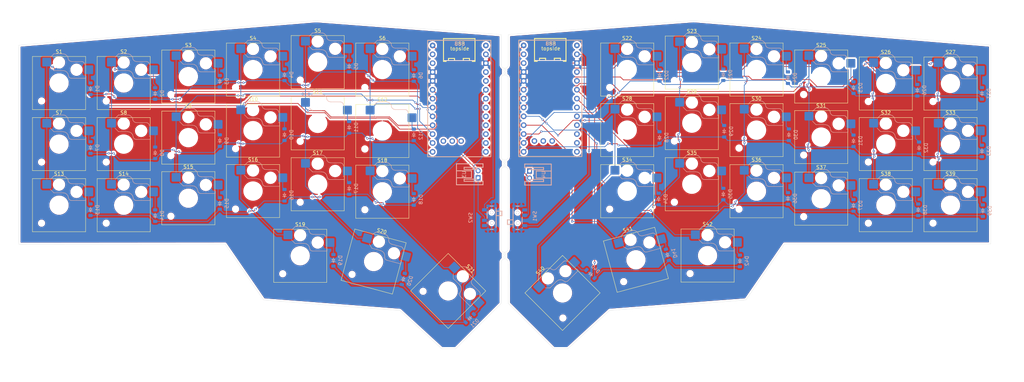
<source format=kicad_pcb>
(kicad_pcb (version 20241229) (generator "pcbnew") (generator_version "9.0")
  (layers (0 "F.Cu" signal) (2 "B.Cu" signal) (13 "F.Paste" user) (15 "B.Paste" user) (5 "F.SilkS" user "F.Silkscreen") (7 "B.SilkS" user "B.Silkscreen") (1 "F.Mask" user) (3 "B.Mask" user) (25 "Edge.Cuts" user))
  (net 0 "")
  (net 1 "Net-(D1-A)")
  (net 2 "L-R0")
  (net 3 "Net-(D2-A)")
  (net 4 "Net-(D3-A)")
  (net 5 "Net-(D4-A)")
  (net 6 "Net-(D5-A)")
  (net 7 "Net-(D6-A)")
  (net 8 "Net-(D7-A)")
  (net 9 "Net-(D8-A)")
  (net 10 "Net-(D9-A)")
  (net 11 "Net-(D10-A)")
  (net 12 "Net-(D11-A)")
  (net 13 "Net-(D12-A)")
  (net 14 "Net-(D13-A)")
  (net 15 "Net-(D14-A)")
  (net 16 "Net-(D15-A)")
  (net 17 "Net-(D16-A)")
  (net 18 "Net-(D17-A)")
  (net 19 "Net-(D18-A)")
  (net 20 "Net-(D19-A)")
  (net 21 "Net-(D20-A)")
  (net 22 "Net-(D21-A)")
  (net 23 "Net-(D22-A)")
  (net 24 "Net-(D23-A)")
  (net 25 "Net-(D24-A)")
  (net 26 "Net-(D25-A)")
  (net 27 "Net-(D26-A)")
  (net 28 "Net-(D27-A)")
  (net 29 "Net-(D28-A)")
  (net 30 "Net-(D29-A)")
  (net 31 "Net-(D30-A)")
  (net 32 "Net-(D31-A)")
  (net 33 "Net-(D32-A)")
  (net 34 "Net-(D33-A)")
  (net 35 "Net-(D34-A)")
  (net 36 "Net-(D35-A)")
  (net 37 "Net-(D36-A)")
  (net 38 "L-BAT+")
  (net 39 "L-GND")
  (net 40 "R-GND")
  (net 41 "R-BAT+")
  (net 42 "R-B+")
  (net 44 "L-R1")
  (net 45 "L-R2")
  (net 46 "L-R3")
  (net 47 "R-R0")
  (net 48 "R-R1")
  (net 50 "L-B+")
  (net 51 "R-R2")
  (net 52 "Net-(D37-A)")
  (net 53 "Net-(D38-A)")
  (net 54 "Net-(D39-A)")
  (net 55 "R-R3")
  (net 56 "Net-(D40-A)")
  (net 57 "Net-(D41-A)")
  (net 58 "Net-(D42-A)")
  (net 59 "L-C0")
  (net 60 "L-C1")
  (net 61 "L-C2")
  (net 62 "L-C3")
  (net 63 "L-C4")
  (net 64 "L-C5")
  (net 65 "R-C5")
  (net 66 "R-C4")
  (net 67 "R-C3")
  (net 68 "R-C2")
  (net 69 "R-C1")
  (net 70 "R-C0")
  (net 99 "L-B-")
  (net 100 "R-B-")
  (footprint "ScottoKeebs_Hotswap:Hotswap_Choc_V2_1.00u" (layer "F.Cu") (at 287.695009 63.04)
    (property "Reference" "S26")
    (property "Value" "Keyswitch")
  )
  (footprint "ScottoKeebs_Hotswap:Hotswap_Choc_V2_1.00u" (layer "F.Cu") (at 88.1495 78.549)
    (property "Reference" "S9")
    (property "Value" "Keyswitch")
  )
  (footprint "ScottoKeebs_Hotswap:Hotswap_Choc_V2_1.00u" (layer "F.Cu") (at 125.1495 56.9)
    (property "Reference" "S5")
    (property "Value" "Keyswitch")
  )
  (footprint "ScottoKeebs_Hotswap:Hotswap_Choc_V2_1.00u" (layer "F.Cu") (at 125.1495 74.451)
    (property "Reference" "S11")
    (property "Value" "Keyswitch")
  )
  (footprint "ScottoKeebs_Hotswap:Hotswap_Choc_V2_1.00u" (layer "F.Cu") (at 232.195009 91.89)
    (property "Reference" "S35")
    (property "Value" "Keyswitch")
  )
  (footprint "ScottoKeebs_Hotswap:Hotswap_Choc_V2_1.00u" (layer "F.Cu") (at 269.195009 96.04)
    (property "Reference" "S37")
    (property "Value" "Keyswitch")
  )
  (footprint "ScottoKeebs_Hotswap:Hotswap_Choc_V2_1.00u" (layer "F.Cu") (at 195.195009 123.04 45)
    (property "Reference" "S40")
    (property "Value" "Keyswitch")
  )
  (footprint "ScottoKeebs_Hotswap:Hotswap_Choc_V2_1.00u" (layer "F.Cu") (at 306.195009 80.391)
    (property "Reference" "S33")
    (property "Value" "Keyswitch")
  )
  (footprint "ScottoKeebs_Hotswap:Hotswap_Choc_V2_1.00u" (layer "F.Cu") (at 88.1495 95.9)
    (property "Reference" "S15")
    (property "Value" "Keyswitch")
  )
  (footprint "ScottoKeebs_Hotswap:Hotswap_Choc_V2_1.00u" (layer "F.Cu") (at 216.195009 113.54 15)
    (property "Reference" "S41")
    (property "Value" "Keyswitch")
  )
  (footprint "ScottoKeebs_Hotswap:Hotswap_Choc_V2_1.00u" (layer "F.Cu") (at 232.195009 74.391)
    (property "Reference" "S29")
    (property "Value" "Keyswitch")
  )
  (footprint "ScottoKeebs_Hotswap:Hotswap_Choc_V2_1.00u" (layer "F.Cu") (at 162.482775 122.465726 -45)
    (property "Reference" "S21")
    (property "Value" "Keyswitch")
  )
  (footprint "ScottoKeebs_Hotswap:Hotswap_Choc_V2_1.00u" (layer "F.Cu") (at 250.695009 59.04)
    (property "Reference" "S24")
    (property "Value" "Keyswitch")
  )
  (footprint "ScottoKeebs_Hotswap:Hotswap_Choc_V2_1.00u" (layer "F.Cu") (at 106.6495 93.849)
    (property "Reference" "S16")
    (property "Value" "Keyswitch")
  )
  (footprint "ScottoKeebs_Hotswap:Hotswap_Choc_V2_1.00u" (layer "F.Cu") (at 143.6495 76.649)
    (property "Reference" "S12")
    (property "Value" "Keyswitch")
  )
  (footprint "ScottoKeebs_Hotswap:Hotswap_Choc_V2_1.00u" (layer "F.Cu") (at 69.6495 97.9)
    (property "Reference" "S14")
    (property "Value" "Keyswitch")
  )
  (footprint "ScottoKeebs_Hotswap:Hotswap_Choc_V2_1.00u" (layer "F.Cu") (at 269.195009 61.04)
    (property "Reference" "S25")
    (property "Value" "Keyswitch")
  )
  (footprint "ScottoKeebs_Hotswap:Hotswap_Choc_V2_1.00u" (layer "F.Cu") (at 213.695009 59.04)
    (property "Reference" "S22")
    (property "Value" "Keyswitch")
  )
  (footprint "ScottoKeebs_Hotswap:Hotswap_Choc_V2_1.00u" (layer "F.Cu") (at 69.6495 80.4)
    (property "Reference" "S8")
    (property "Value" "Keyswitch")
  )
  (footprint "ScottoKeebs_Hotswap:Hotswap_Choc_V2_1.00u" (layer "F.Cu") (at 269.195009 78.391)
    (property "Reference" "S31")
    (property "Value" "Keyswitch")
  )
  (footprint "ScottoKeebs_Hotswap:Hotswap_Choc_V2_1.00u" (layer "F.Cu") (at 287.695009 80.391)
    (property "Reference" "S32")
    (property "Value" "Keyswitch")
  )
  (footprint "ScottoKeebs_Hotswap:Hotswap_Choc_V2_1.00u" (layer "F.Cu") (at 88.1495 61.049)
    (property "Reference" "S3")
    (property "Value" "Keyswitch")
  )
  (footprint "ScottoKeebs_Hotswap:Hotswap_Choc_V2_1.00u" (layer "F.Cu") (at 213.695009 76.391)
    (property "Reference" "S28")
    (property "Value" "Keyswitch")
  )
  (footprint "ScottoKeebs_Hotswap:Hotswap_Choc_V2_1.00u" (layer "F.Cu") (at 287.695009 97.891)
    (property "Reference" "S38")
    (property "Value" "Keyswitch")
  )
  (footprint "ScottoKeebs_Hotswap:Hotswap_Choc_V2_1.00u" (layer "F.Cu") (at 69.6495 62.9)
    (property "Reference" "S2")
    (property "Value" "Keyswitch")
  )
  (footprint "ScottoKeebs_Hotswap:Hotswap_Choc_V2_1.00u" (layer "F.Cu") (at 306.195009 97.891)
    (property "Reference" "S39")
    (property "Value" "Keyswitch")
  )
  (footprint "ScottoKeebs_Hotswap:Hotswap_Choc_V2_1.00u" (layer "F.Cu") (at 213.695009 93.891)
    (property "Reference" "S34")
    (property "Value" "Keyswitch")
  )
  (footprint "ScottoKeebs_Hotswap:Hotswap_Choc_V2_1.00u" (layer "F.Cu") (at 236.695009 112.34)
    (property "Reference" "S42")
    (property "Value" "Keyswitch")
  )
  (footprint "ScottoKeebs_Hotswap:Hotswap_Choc_V2_1.00u" (layer "F.Cu") (at 141.1495 114.049 -15)
    (property "Reference" "S20")
    (property "Value" "Keyswitch")
  )
  (footprint "ScottoKeebs_Hotswap:Hotswap_Choc_V2_1.00u" (layer "F.Cu") (at 51.1495 97.9)
    (property "Reference" "S13")
    (property "Value" "Keyswitch")
  )
  (footprint "ScottoKeebs_Hotswap:Hotswap_Choc_V2_1.00u" (layer "F.Cu") (at 143.6495 94.049)
    (property "Reference" "S18")
    (property "Value" "Keyswitch")
  )
  (footprint "ScottoKeebs_Hotswap:Hotswap_Choc_V2_1.00u" (layer "F.Cu") (at 51.1495 80.4)
    (property "Reference" "S7")
    (property "Value" "Keyswitch")
  )
  (footprint "Ayaan's Library:SuperMini NRF52840" (layer "F.Cu") (at 184.075 52.12)
    (property "Reference" "U2" (hide yes))
    (property "Value" "nice_nano")
  )
  (footprint "Ayaan's Library:SuperMini NRF52840" (layer "F.Cu") (at 158.029491 52.144531)
    (property "Reference" "U1" (hide yes))
    (property "Value" "nice_nano")
  )
  (footprint "ScottoKeebs_Hotswap:Hotswap_Choc_V2_1.00u" (layer "F.Cu") (at 106.6495 76.549)
    (property "Reference" "S10")
    (property "Value" "Keyswitch")
  )
  (footprint "ScottoKeebs_Hotswap:Hotswap_Choc_V2_1.00u" (layer "F.Cu") (at 143.6495 59.049)
    (property "Reference" "S6")
    (property "Value" "Keyswitch")
  )
  (footprint "ScottoKeebs_Hotswap:Hotswap_Choc_V2_1.00u" (layer "F.Cu") (at 106.6495 59.049)
    (property "Reference" "S4")
    (property "Value" "Keyswitch")
  )
  (footprint "ScottoKeebs_Hotswap:Hotswap_Choc_V2_1.00u" (layer "F.Cu") (at 125.1495 91.9)
    (property "Reference" "S17")
    (property "Value" "Keyswitch")
  )
  (footprint "ScottoKeebs_Hotswap:Hotswap_Choc_V2_1.00u" (layer "F.Cu") (at 306.195009 63.04)
    (property "Reference" "S27")
    (property "Value" "Keyswitch")
  )
  (footprint "ScottoKeebs_Hotswap:Hotswap_Choc_V2_1.00u" (layer "F.Cu") (at 250.695009 93.891)
    (property "Reference" "S36")
    (property "Value" "Keyswitch")
  )
  (footprint "ScottoKeebs_Hotswap:Hotswap_Choc_V2_1.00u" (layer "F.Cu") (at 250.695009 76.391)
    (property "Reference" "S30")
    (property "Value" "Keyswitch")
  )
  (footprint "ScottoKeebs_Hotswap:Hotswap_Choc_V2_1.00u" (layer "F.Cu") (at 232.195009 57.04)
    (property "Reference" "S23")
    (property "Value" "Keyswitch")
  )
  (footprint "ScottoKeebs_Hotswap:Hotswap_Choc_V2_1.00u" (layer "F.Cu") (at 120.1495 112.4)
    (property "Reference" "S19")
    (property "Value" "Keyswitch")
  )
  (footprint "ScottoKeebs_Hotswap:Hotswap_Choc_V2_1.00u" (layer "F.Cu") (at 51.1495 62.9)
    (property "Reference" "S1")
    (property "Value" "Keyswitch")
  )
  (footprint "ScottoKeebs_Components:Diode_SOD-123" (layer "B.Cu") (at 203.195009 117.62 135)
    (property "Reference" "D40")
    (property "Value" "Diode")
  )
  (footprint "ScottoKeebs_Components:Diode_SOD-123" (layer "B.Cu") (at 225.195009 112.12 105)
    (property "Reference" "D41")
    (property "Value" "Diode")
  )
  (footprint "ScottoKeebs_Components:Diode_SOD-123" (layer "B.Cu") (at 60.1495 99.199 90)
    (property "Reference" "D13")
    (property "Value" "Diode")
  )
  (footprint "ScottoKeebs_Components:Diode_SOD-123" (layer "B.Cu") (at 134.1495 93.1 90)
    (property "Reference" "D17")
    (property "Value" "Diode")
  )
  (footprint "ScottoKeebs_Components:Diode_SOD-123" (layer "B.Cu") (at 78.6495 82.899 90)
    (property "Reference" "D8")
    (property "Value" "Diode")
  )
  (footprint "ScottoKeebs_Components:Diode_SOD-123" (layer "B.Cu") (at 259.695009 61.37 90)
    (property "Reference" "D24")
    (property "Value" "Diode")
  )
  (footprint "ScottoKeebs_Components:Diode_SOD-123" (layer "B.Cu") (at 152.6495 60.749 90)
    (property "Reference" "D6")
    (property "Value" "Diode")
  )
  (footprint "ScottoKeebs_Components:Diode_SOD-123" (layer "B.Cu") (at 296.945009 99.22 90)
    (property "Reference" "D38")
    (property "Value" "Diode")
  )
  (footprint "ScottoKeebs_Components:Diode_SOD-123" (layer "B.Cu") (at 168.6495 130.299 45)
    (property "Reference" "D21")
    (property "Value" "Diode")
  )
  (footprint "ScottoKeebs_Components:Diode_SOD-123" (layer "B.Cu") (at 97.1495 62.399 90)
    (property "Reference" "D3")
    (property "Value" "Diode")
  )
  (footprint "ScottoKeebs_Components:Diode_SOD-123" (layer "B.Cu") (at 241.445009 76.72 90)
    (property "Reference" "D29")
    (property "Value" "Diode")
  )
  (footprint "ScottoKeebs_Components:Diode_SOD-123" (layer "B.Cu") (at 259.945009 77.72 90)
    (property "Reference" "D30")
    (property "Value" "Diode")
  )
  (footprint "ScottoKeebs_Components:Diode_SOD-123" (layer "B.Cu") (at 245.945009 113.87 90)
    (property "Reference" "D42")
    (property "Value" "Diode")
  )
  (footprint "ScottoKeebs_Components:Diode_SOD-123" (layer "B.Cu") (at 60.1495 64.549 90)
    (property "Reference" "D1")
    (property "Value" "Diode")
  )
  (footprint "ScottoKeebs_Components:Diode_SOD-123" (layer "B.Cu") (at 315.195009 82.37 90)
    (property "Reference" "D33")
    (property "Value" "Diode")
  )
  (footprint "easyeda2kicad:SW-SMD_MK-12C03-G015" (layer "B.Cu") (at 182.83 101.51 90)
    (property "Reference" "SW1")
    (property "Value" "MK-12C03-G015")
  )
  (footprint "ScottoKeebs_Components:Diode_SOD-123" (layer "B.Cu") (at 278.445009 79.47 90)
    (property "Reference" "D31")
    (property "Value" "Diode")
  )
  (footprint "ScottoKeebs_Components:Diode_SOD-123" (layer "B.Cu") (at 315.445009 99.47 90)
    (property "Reference" "D39")
    (property "Value" "Diode")
  )
  (footprint "ScottoKeebs_Components:Diode_SOD-123" (layer "B.Cu") (at 60.1495 81.399 90)
    (property "Reference" "D7")
    (property "Value" "Diode")
  )
  (footprint "ScottoKeebs_Components:Diode_SOD-123" (layer "B.Cu") (at 278.445009 97.97 90)
    (property "Reference" "D37")
    (property "Value" "Diode")
  )
  (footprint "ScottoKeebs_Components:Diode_SOD-123" (layer "B.Cu") (at 129.649501 113.699 90)
    (property "Reference" "D19")
    (property "Value" "Diode")
  )
  (footprint "ScottoKeebs_Components:Diode_SOD-123" (layer "B.Cu") (at 296.695009 64.97 90)
    (property "Reference" "D26")
    (property "Value" "Diode")
  )
  (footprint "easyeda2kicad:SW-SMD_MK-12C03-G015" (layer "B.Cu") (at 174.44 101.49 -90)
    (property "Reference" "SW2")
    (property "Value" "MK-12C03-G015")
  )
  (footprint "ScottoKeebs_Components:Diode_SOD-123" (layer "B.Cu") (at 152.6495 77.749 90)
    (property "Reference" "D12")
    (property "Value" "Diode")
  )
  (footprint "ScottoKeebs_Components:Diode_SOD-123" (layer "B.Cu") (at 97.1495 97.399 90)
    (property "Reference" "D15")
    (property "Value" "Diode")
  )
  (footprint "ScottoKeebs_Components:Diode_SOD-123" (layer "B.Cu") (at 152.6495 96.249 90)
    (property "Reference" "D18")
    (property "Value" "Diode")
  )
  (footprint "easyeda2kicad:CONN-TH_S2B-PH-K-S-LF-SN" (layer "B.Cu") (at 185.780001 89.120001 90)
    (property "Reference" "U4")
    (property "Value" "S2B-PH-K-S(LF)(SN)")
  )
  (footprint "ScottoKeebs_Components:Diode_SOD-123" (layer "B.Cu") (at 134.1495 58.1 90)
    (property "Reference" "D5")
    (property "Value" "Diode")
  )
  (footprint "ScottoKeebs_Components:Diode_SOD-123" (layer "B.Cu") (at 297.195009 81.47 90)
    (property "Reference" "D32")
    (property "Value" "Diode")
  )
  (footprint "ScottoKeebs_Components:Diode_SOD-123" (layer "B.Cu") (at 115.6495 60.549 90)
    (property "Reference" "D4")
    (property "Value" "Diode")
  )
  (footprint "ScottoKeebs_Components:Diode_SOD-123" (layer "B.Cu") (at 78.6495 100.899 90)
    (property "Reference" "D14")
    (property "Value" "Diode")
  )
  (footprint "ScottoKeebs_Components:Diode_SOD-123" (layer "B.Cu") (at 115.6495 77.699 90)
    (property "Reference" "D10")
    (property "Value" "Diode")
  )
  (footprint "ScottoKeebs_Components:Diode_SOD-123" (layer "B.Cu") (at 115.6495 95.049 90)
    (property "Reference" "D16")
    (property "Value" "Diode")
  )
  (footprint "ScottoKeebs_Components:Diode_SOD-123" (layer "B.Cu") (at 78.6495 65.899 90)
    (property "Reference" "D2")
    (property "Value" "Diode")
  )
  (footprint "ScottoKeebs_Components:Diode_SOD-123" (layer "B.Cu") (at 278.445009 64.22 90)
    (property "Reference" "D25")
    (property "Value" "Diode")
  )
  (footprint "ScottoKeebs_Components:Diode_SOD-123" (layer "B.Cu") (at 241.195009 60.52 90)
    (property "Reference" "D23")
    (property "Value" "Diode")
  )
  (footprint "ScottoKeebs_Components:Diode_SOD-123" (layer "B.Cu") (at 222.945008 60.72 90)
    (property "Reference" "D22")
    (property "Value" "Diode")
  )
  (footprint "ScottoKeebs_Components:Diode_SOD-123" (layer "B.Cu") (at 222.695009 96.12 90)
    (property "Reference" "D34")
    (property "Value" "Diode")
  )
  (footprint "ScottoKeebs_Components:Diode_SOD-123" (layer "B.Cu") (at 149.6495 119.049 75)
    (property "Reference" "D20")
    (property "Value" "Diode")
  )
  (footprint "ScottoKeebs_Components:Diode_SOD-123" (layer "B.Cu") (at 97.1495 79.399 90)
    (property "Reference" "D9")
    (property "Value" "Diode")
  )
  (footprint "ScottoKeebs_Components:Diode_SOD-123" (layer "B.Cu") (at 315.195009 65.87 90)
    (property "Reference" "D27")
    (property "Value" "Diode")
  )
  (footprint "ScottoKeebs_Components:Diode_SOD-123" (layer "B.Cu") (at 241.195009 94.72 90)
    (property "Reference" "D35")
    (property "Value" "Diode")
  )
  (footprint "easyeda2kicad:CONN-TH_S2B-PH-K-S-LF-SN" (layer "B.Cu") (at 171.049499 89.049001 -90)
    (property "Reference" "U3")
    (property "Value" "S2B-PH-K-S(LF)(SN)")
  )
  (footprint "ScottoKeebs_Components:Diode_SOD-123" (layer "B.Cu") (at 134.1495 75.6 90)
    (property "Reference" "D11")
    (property "Value" "Diode")
  )
  (footprint "ScottoKeebs_Components:Diode_SOD-123" (layer "B.Cu") (at 259.695009 95.97 90)
    (property "Reference" "D36")
    (property "Value" "Diode")
  )
  (footprint "ScottoKeebs_Components:Diode_SOD-123" (layer "B.Cu") (at 222.945009 78.52 90)
    (property "Reference" "D28")
    (property "Value" "Diode")
  )
  (gr_line (start 124.6495 45.049) (end 177.6495 49.049) (stroke (width 0.05)) (layer "Edge.Cuts"))
  (gr_line (start 179.655186 114.31893) (end 179.695009 126.04) (stroke (width 0.05)) (layer "Edge.Cuts"))
  (gr_line (start 177.6495 126.049) (end 164.638012 139.04) (stroke (width 0.05)) (layer "Edge.Cuts"))
  (gr_line (start 232.695009 45.04) (end 179.695009 49.04) (stroke (width 0.05)) (layer "Edge.Cuts"))
  (gr_arc (start 179.654984 110.354565) (mid 179.354768 111.079349) (end 178.629984 111.379565) (stroke (width 0.05)) (layer "Edge.Cuts"))
  (gr_line (start 179.665202 87.959365) (end 179.654984 110.354565) (stroke (width 0.05)) (layer "Edge.Cuts"))
  (gr_arc (start 177.604969 114.31913) (mid 177.905185 113.594348) (end 178.629968 113.294134) (stroke (width 0.05)) (layer "Edge.Cuts"))
  (gr_line (start 148.6495 128.049) (end 109.6495 125.049) (stroke (width 0.05)) (layer "Edge.Cuts"))
  (gr_circle (center 178.59 86.43) (end 178.826185 86.6) (stroke (width 0.05)) (fill no) (layer "Edge.Cuts"))
  (gr_line (start 208.695009 128.04) (end 247.695009 125.04) (stroke (width 0.05)) (layer "Edge.Cuts"))
  (gr_line (start 160.633905 139.04) (end 164.637191 139.04) (stroke (width 0.05)) (layer "Edge.Cuts"))
  (gr_line (start 177.6495 49.049) (end 177.65 57.65) (stroke (width 0.05)) (layer "Edge.Cuts"))
  (gr_arc (start 178.64 86.934569) (mid 179.364784 87.234784) (end 179.665002 87.959566) (stroke (width 0.05)) (layer "Edge.Cuts"))
  (gr_line (start 109.6495 125.049) (end 98.6495 109.049) (stroke (width 0.05)) (layer "Edge.Cuts"))
  (gr_arc (start 178.675 58.675) (mid 177.950216 58.374784) (end 177.65 57.65) (stroke (width 0.05)) (layer "Edge.Cuts"))
  (gr_circle (center 178.64 111.908996) (end 178.876185 112.078996) (stroke (width 0.05)) (fill no) (layer "Edge.Cuts"))
  (gr_line (start 192.695009 139.04) (end 196.695009 139.04) (stroke (width 0.05)) (layer "Edge.Cuts"))
  (gr_line (start 258.695009 109.04) (end 317.695009 109.04) (stroke (width 0.05)) (layer "Edge.Cuts"))
  (gr_line (start 179.695009 49.04) (end 179.7 57.65) (stroke (width 0.05)) (layer "Edge.Cuts"))
  (gr_circle (center 178.59 85.6) (end 178.826185 85.77) (stroke (width 0.05)) (fill no) (layer "Edge.Cuts"))
  (gr_arc (start 179.665 83.995) (mid 179.364784 84.719784) (end 178.64 85.02) (stroke (width 0.05)) (layer "Edge.Cuts"))
  (gr_line (start 247.695009 125.04) (end 258.695009 109.04) (stroke (width 0.05)) (layer "Edge.Cuts"))
  (gr_arc (start 178.650216 60.574785) (mid 179.374998 60.875) (end 179.675218 61.599782) (stroke (width 0.05)) (layer "Edge.Cuts"))
  (gr_line (start 317.695009 52.04) (end 232.695009 45.04) (stroke (width 0.05)) (layer "Edge.Cuts"))
  (gr_circle (center 178.67 59.19) (end 178.906185 59.36) (stroke (width 0.05)) (fill no) (layer "Edge.Cuts"))
  (gr_line (start 39.6495 52.049) (end 124.6495 45.049) (stroke (width 0.05)) (layer "Edge.Cuts"))
  (gr_line (start 39.6495 109.1) (end 39.6495 52.049) (stroke (width 0.05)) (layer "Edge.Cuts"))
  (gr_line (start 160.635529 139.03488) (end 148.6495 128.049) (stroke (width 0.05)) (layer "Edge.Cuts"))
  (gr_line (start 179.675218 61.5998) (end 179.665 83.995) (stroke (width 0.05)) (layer "Edge.Cuts"))
  (gr_circle (center 178.64 112.738996) (end 178.876185 112.908996) (stroke (width 0.05)) (fill no) (layer "Edge.Cuts"))
  (gr_line (start 196.695009 139.04) (end 208.695009 128.04) (stroke (width 0.05)) (layer "Edge.Cuts"))
  (gr_circle (center 178.67 60.02) (end 178.906185 60.19) (stroke (width 0.05)) (fill no) (layer "Edge.Cuts"))
  (gr_line (start 177.625001 61.6) (end 177.615 83.994999) (stroke (width 0.05)) (layer "Edge.Cuts"))
  (gr_line (start 179.695009 126.04) (end 192.695009 139.04) (stroke (width 0.05)) (layer "Edge.Cuts"))
  (gr_arc (start 177.625001 61.599996) (mid 177.925217 60.875214) (end 178.65 60.575) (stroke (width 0.05)) (layer "Edge.Cuts"))
  (gr_arc (start 178.629984 111.379564) (mid 177.9052 111.079348) (end 177.604984 110.354564) (stroke (width 0.05)) (layer "Edge.Cuts"))
  (gr_arc (start 178.629984 113.294134) (mid 179.354768 113.594349) (end 179.654986 114.319131) (stroke (width 0.05)) (layer "Edge.Cuts"))
  (gr_line (start 98.6495 109.049) (end 39.6495 109.1) (stroke (width 0.05)) (layer "Edge.Cuts"))
  (gr_line (start 177.604969 114.31913) (end 177.6495 126.049) (stroke (width 0.05)) (layer "Edge.Cuts"))
  (gr_line (start 177.614985 87.959565) (end 177.604984 110.354564) (stroke (width 0.05)) (layer "Edge.Cuts"))
  (gr_line (start 317.695009 109.04) (end 317.695009 52.04) (stroke (width 0.05)) (layer "Edge.Cuts"))
  (gr_arc (start 179.7 57.65) (mid 179.399784 58.374784) (end 178.675 58.675) (stroke (width 0.05)) (layer "Edge.Cuts"))
  (gr_arc (start 178.64 85.019999) (mid 177.915216 84.719783) (end 177.615 83.994999) (stroke (width 0.05)) (layer "Edge.Cuts"))
  (gr_arc (start 177.614985 87.959565) (mid 177.915201 87.234783) (end 178.639984 86.934569) (stroke (width 0.05)) (layer "Edge.Cuts"))
  (segment (start 59.6495 59.1) (end 59.6495 62.399) (width 0.2) (layer "B.Cu") (net 1))
  (segment (start 59.6495 62.399) (end 60.1495 62.899) (width 0.2) (layer "B.Cu") (net 1))
  (segment (start 83.6495 67.549) (end 85.6495 67.549) (width 0.2) (layer "F.Cu") (net 2))
  (segment (start 121.0495 63.549) (end 122.3995 63.549) (width 0.2) (layer "F.Cu") (net 2))
  (segment (start 66.1495 66.049) (end 66.8995 66.799) (width 0.2) (layer "F.Cu") (net 2))
  (segment (start 139.6495 60.799) (end 140.8995 62.049) (width 0.2) (layer "F.Cu") (net 2))
  (segment (start 102.5495 62.799) (end 103.8995 62.799) (width 0.2) (layer "F.Cu") (net 2))
  (segment (start 139.5495 60.799) (end 139.6495 60.799) (width 0.2) (layer "F.Cu") (net 2))
  (segment (start 64.6495 66.049) (end 66.1495 66.049) (width 0.2) (layer "F.Cu") (net 2))
  (via (at 122.3995 63.549) (size 0.6) (drill 0.3) (layers "F.Cu" "B.Cu") (net 2))
  (via (at 64.6495 66.049) (size 0.6) (drill 0.3) (layers "F.Cu" "B.Cu") (net 2))
  (via (at 139.5495 60.799) (size 0.6) (drill 0.3) (layers "F.Cu" "B.Cu") (net 2))
  (via (at 66.8995 66.799) (size 0.6) (drill 0.3) (layers "F.Cu" "B.Cu") (net 2))
  (via (at 102.5495 62.799) (size 0.6) (drill 0.3) (layers "F.Cu" "B.Cu") (net 2))
  (via (at 140.8995 62.049) (size 0.6) (drill 0.3) (layers "F.Cu" "B.Cu") (net 2))
  (via (at 83.6495 67.549) (size 0.6) (drill 0.3) (layers "F.Cu" "B.Cu") (net 2))
  (via (at 103.8995 62.799) (size 0.6) (drill 0.3) (layers "F.Cu" "B.Cu") (net 2))
  (via (at 85.6495 67.549) (size 0.6) (drill 0.3) (layers "F.Cu" "B.Cu") (net 2))
  (via (at 121.0495 63.549) (size 0.6) (drill 0.3) (layers "F.Cu" "B.Cu") (net 2))
  (segment (start 60.1495 66.199) (end 64.4995 66.199) (width 0.2) (layer "B.Cu") (net 2))
  (segment (start 104.3995 62.799) (end 104.9995 62.199) (width 0.2) (layer "B.Cu") (net 2))
  (segment (start 122.3995 63.549) (end 126.1985 59.75) (width 0.2) (layer "B.Cu") (net 2))
  (segment (start 153.7255 75.78054) (end 153.7255 63.475) (width 0.2) (layer "B.Cu") (net 2))
  (segment (start 104.9995 62.199) (end 115.6495 62.199) (width 0.2) (layer "B.Cu") (net 2))
  (segment (start 115.6495 62.199) (end 116.9995 63.549) (width 0.2) (layer "B.Cu") (net 2))
  (segment (start 134.1495 59.75) (end 138.5005 59.75) (width 0.2) (layer "B.Cu") (net 2))
  (segment (start 78.6495 67.549) (end 83.6495 67.549) (width 0.2) (layer "B.Cu") (net 2))
  (segment (start 138.5005 59.75) (end 139.5495 60.799) (width 0.2) (layer "B.Cu") (net 2))
  (segment (start 140.8995 62.049) (end 141.2495 62.399) (width 0.2) (layer "B.Cu") (net 2))
  (segment (start 89.1495 64.049) (end 97.1495 64.049) (width 0.2) (layer "B.Cu") (net 2))
  (segment (start 64.4995 66.199) (end 64.6495 66.049) (width 0.2) (layer "B.Cu") (net 2))
  (segment (start 126.1985 59.75) (end 134.1495 59.75) (width 0.2) (layer "B.Cu") (net 2))
  (segment (start 141.2495 62.399) (end 152.6495 62.399) (width 0.2) (layer "B.Cu") (net 2))
  (segment (start 116.9995 63.549) (end 121.0495 63.549) (width 0.2) (layer "B.Cu") (net 2))
  (segment (start 153.7255 63.475) (end 152.6495 62.399) (width 0.2) (layer "B.Cu") (net 2))
  (segment (start 67.6495 67.549) (end 78.6495 67.549) (width 0.2) (layer "B.Cu") (net 2))
  (segment (start 85.6495 67.549) (end 89.1495 64.049) (width 0.2) (layer "B.Cu") (net 2))
  (segment (start 103.8995 62.799) (end 104.3995 62.799) (width 0.2) (layer "B.Cu") (net 2))
  (segment (start 158.029491 80.084531) (end 153.7255 75.78054) (width 0.2) (layer "B.Cu") (net 2))
  (segment (start 98.3995 62.799) (end 102.5495 62.799) (width 0.2) (layer "B.Cu") (net 2))
  (segment (start 97.1495 64.049) (end 98.3995 62.799) (width 0.2) (layer "B.Cu") (net 2))
  (segment (start 66.8995 66.799) (end 67.6495 67.549) (width 0.2) (layer "B.Cu") (net 2))
  (segment (start 78.1495 59.1) (end 78.1495 63.049) (width 0.2) (layer "B.Cu") (net 3))
  (segment (start 78.6495 64.249) (end 78.6495 63.549) (width 0.2) (layer "B.Cu") (net 3))
  (segment (start 78.6495 63.549) (end 78.1495 63.049) (width 0.2) (layer "B.Cu") (net 3))
  (segment (start 96.6495 60.249) (end 97.1495 60.749) (width 0.2) (layer "B.Cu") (net 4))
  (segment (start 96.6495 57.249) (end 96.6495 60.249) (width 0.2) (layer "B.Cu") (net 4))
  (segment (start 115.1495 58.399) (end 115.6495 58.899) (width 0.2) (layer "B.Cu") (net 5))
  (segment (start 115.1495 55.249) (end 115.1495 58.399) (width 0.2) (layer "B.Cu") (net 5))
  (segment (start 134.1495 53.6) (end 133.6495 53.1) (width 0.2) (layer "B.Cu") (net 6))
  (segment (start 134.1495 56.45) (end 134.1495 53.6) (width 0.2) (layer "B.Cu") (net 6))
  (segment (start 152.1495 55.249) (end 152.1495 58.599) (width 0.2) (layer "B.Cu") (net 7))
  (segment (start 152.1495 58.599) (end 152.6495 59.099) (width 0.2) (layer "B.Cu") (net 7))
  (segment (start 59.6495 79.249002) (end 60.1495 79.749002) (width 0.2) (layer "B.Cu") (net 8))
  (segment (start 59.6495 76.6) (end 59.6495 79.249002) (width 0.2) (layer "B.Cu") (net 8))
  (segment (start 78.6495 77.1) (end 78.1495 76.6) (width 0.2) (layer "B.Cu") (net 9))
  (segment (start 78.6495 81.249) (end 78.6495 77.1) (width 0.2) (layer "B.Cu") (net 9))
  (segment (start 96.6495 74.749) (end 96.6495 77.249) (width 0.2) (layer "B.Cu") (net 10))
  (segment (start 96.6495 77.249) (end 97.1495 77.749) (width 0.2) (layer "B.Cu") (net 10))
  (segment (start 115.1495 72.749) (end 115.1495 73.049) (width 0.2) (layer "B.Cu") (net 11))
  (segment (start 115.1495 73.049) (end 115.6495 73.549) (width 0.2) (layer "B.Cu") (net 11))
  (segment (start 115.6495 73.549) (end 115.6495 76.049) (width 0.2) (layer "B.Cu") (net 11))
  (segment (start 133.6495 70.651) (end 133.6495 73.45) (width 0.2) (layer "B.Cu") (net 12))
  (segment (start 133.6495 73.45) (end 134.1495 73.95) (width 0.2) (layer "B.Cu") (net 12))
  (segment (start 152.1495 75.599) (end 152.6495 76.099) (width 0.2) (layer "B.Cu") (net 13))
  (segment (start 152.1495 72.849) (end 152.1495 75.599) (width 0.2) (layer "B.Cu") (net 13))
  (segment (start 59.6495 94.1) (end 59.6495 97.049) (width 0.2) (layer "B.Cu") (net 14))
  (segment (start 59.6495 97.049) (end 60.1495 97.549) (width 0.2) (layer "B.Cu") (net 14))
  (segment (start 78.6495 99.249) (end 78.6495 94.6) (width 0.2) (layer "B.Cu") (net 15))
  (segment (start 78.6495 94.6) (end 78.1495 94.1) (width 0.2) (layer "B.Cu") (net 15))
  (segment (start 96.6495 92.1) (end 96.6495 95.249) (width 0.2) (layer "B.Cu") (net 16))
  (segment (start 96.6495 95.249) (end 97.1495 95.749) (width 0.2) (layer "B.Cu") (net 16))
  (segment (start 115.1495 92.899) (end 115.6495 93.399) (width 0.2) (layer "B.Cu") (net 17))
  (segment (start 115.1495 90.049) (end 115.1495 92.899) (width 0.2) (layer "B.Cu") (net 17))
  (segment (start 133.6495 88.1) (end 133.6495 90.95) (width 0.2) (layer "B.Cu") (net 18))
  (segment (start 133.6495 90.95) (end 134.1495 91.45) (width 0.2) (layer "B.Cu") (net 18))
  (segment (start 152.1495 94.099) (end 152.6495 94.599) (width 0.2) (layer "B.Cu") (net 19))
  (segment (start 152.1495 90.249) (end 152.1495 94.099) (width 0.2) (layer "B.Cu") (net 19))
  (segment (start 129.649502 109.600002) (end 128.6495 108.6) (width 0.2) (layer "B.Cu") (net 20))
  (segment (start 129.649502 112.049) (end 129.649502 109.600002) (width 0.2) (layer "B.Cu") (net 20))
  (segment (start 150.343382 112.578444) (end 150.343382 117.188393) (width 0.2) (layer "B.Cu") (net 21))
  (segment (start 150.343382 117.188393) (end 150.076551 117.455224) (width 0.2) (layer "B.Cu") (net 21))
  (segment (start 171.180188 127.768312) (end 169.816225 129.132275) (width 0.2) (layer "B.Cu") (net 22))
  (segment (start 171.180188 125.789129) (end 171.180188 127.768312) (width 0.2) (layer "B.Cu") (net 22))
  (segment (start 222.195009 55.24) (end 222.195009 58.32) (width 0.2) (layer "B.Cu") (net 23))
  (segment (start 222.195009 58.32) (end 222.945009 59.07) (width 0.2) (layer "B.Cu") (net 23))
  (segment (start 240.695009 53.24) (end 240.695009 58.37) (width 0.2) (layer "B.Cu") (net 24))
  (segment (start 240.695009 58.37) (end 241.195009 58.87) (width 0.2) (layer "B.Cu") (net 24))
  (segment (start 259.195009 55.24) (end 259.195009 59.22) (width 0.2) (layer "B.Cu") (net 25))
  (segment (start 259.195009 59.22) (end 259.695009 59.72) (width 0.2) (layer "B.Cu") (net 25))
  (segment (start 277.695009 57.24) (end 277.695009 61.82) (width 0.2) (layer "B.Cu") (net 26))
  (segment (start 277.695009 61.82) (end 278.445009 62.57) (width 0.2) (layer "B.Cu") (net 26))
  (segment (start 296.195009 59.24) (end 296.195009 62.82) (width 0.2) (layer "B.Cu") (net 27))
  (segment (start 296.195009 62.82) (end 296.695009 63.32) (width 0.2) (layer "B.Cu") (net 27))
  (segment (start 314.695009 59.24) (end 314.695009 63.72) (width 0.2) (layer "B.Cu") (net 28))
  (segment (start 314.695009 63.72) (end 315.195009 64.22) (width 0.2) (layer "B.Cu") (net 28))
  (segment (start 222.195009 72.591) (end 222.195009 76.12) (width 0.2) (layer "B.Cu") (net 29))
  (segment (start 222.195009 76.12) (end 222.945009 76.87) (width 0.2) (layer "B.Cu") (net 29))
  (segment (start 240.695009 70.591) (end 240.695009 74.32) (width 0.2) (layer "B.Cu") (net 30))
  (segment (start 240.695009 74.32) (end 241.445009 75.07) (width 0.2) (layer "B.Cu") (net 30))
  (segment (start 259.195009 75.32) (end 259.945009 76.07) (width 0.2) (layer "B.Cu") (net 31))
  (segment (start 259.195009 72.591) (end 259.195009 75.32) (width 0.2) (layer "B.Cu") (net 31))
  (segment (start 277.695009 74.591) (end 277.695009 77.07) (width 0.2) (layer "B.Cu") (net 32))
  (segment (start 277.695009 77.07) (end 278.445009 77.82) (width 0.2) (layer "B.Cu") (net 32))
  (segment (start 296.195009 78.82) (end 297.195009 79.82) (width 0.2) (layer "B.Cu") (net 33))
  (segment (start 296.195009 76.591) (end 296.195009 78.82) (width 0.2) (layer "B.Cu") (net 33))
  (segment (start 314.695009 76.591) (end 314.695009 80.22) (width 0.2) (layer "B.Cu") (net 34))
  (segment (start 314.695009 80.22) (end 315.195009 80.72) (width 0.2) (layer "B.Cu") (net 34))
  (segment (start 222.195009 93.97) (end 222.695009 94.47) (width 0.2) (layer "B.Cu") (net 35))
  (segment (start 222.195009 90.091) (end 222.195009 93.97) (width 0.2) (layer "B.Cu") (net 35))
  (segment (start 240.695009 92.57) (end 241.195009 93.07) (width 0.2) (layer "B.Cu") (net 36))
  (segment (start 240.695009 88.09) (end 240.695009 92.57) (width 0.2) (layer "B.Cu") (net 36))
  (segment (start 259.195009 93.82) (end 259.695009 94.32) (width 0.2) (layer "B.Cu") (net 37))
  (segment (start 259.195009 90.091) (end 259.195009 93.82) (width 0.2) (layer "B.Cu") (net 37))
  (segment (start 172.88 102.24) (end 172.88 101.2795) (width 0.2) (layer "B.Cu") (net 38))
  (segment (start 171.049499 90.049001) (end 171.049499 99.448999) (width 0.2) (layer "B.Cu") (net 38))
  (segment (start 172.88 101.2795) (end 171.049499 99.448999) (width 0.2) (layer "B.Cu") (net 38))
  (segment (start 173.881 98.141) (end 173.881 104.849) (width 0.2) (layer "B.Cu") (net 39))
  (segment (start 174.461 104.859) (end 174.45 104.87) (width 0.2) (layer "B.Cu") (net 39))
  (segment (start 173.881 104.849) (end 173.87 104.86) (width 0.2) (layer "B.Cu") (net 39))
  (segment (start 174.43 98.12) (end 174.461 98.151) (width 0.2) (layer "B.Cu") (net 39))
  (segment (start 173.85 98.11) (end 173.881 98.141) (width 0.2) (layer "B.Cu") (net 39))
  (segment (start 189.15501 57.19999) (end 199.31501 57.19999) (width 0.2) (layer "F.Cu") (net 40))
  (segment (start 184.075 62.28) (end 189.15501 57.19999) (width 0.2) (layer "F.Cu") (net 40))
  (segment (start 184.41 101.23) (end 184.66 101.23) (width 0.2) (layer "B.Cu") (net 41))
  (segment (start 184.779001 89.121001) (end 185.780001 88.120001) (width 0.2) (layer "B.Cu") (net 41))
  (segment (start 184.779001 90.534629) (end 184.779001 89.121001) (width 0.2) (layer "B.Cu") (net 41))
  (segment (start 184.05 101.2) (end 184.3 101.2) (width 0.2) (layer "B.Cu") (net 41))
  (segment (start 185.410998 91.166626) (end 184.779001 90.534629) (width 0.2) (layer "B.Cu") (net 41))
  (segment (start 184.66 101.23) (end 185.410998 100.479002) (width 0.2) (layer "B.Cu") (net 41))
  (segment (start 185.410998 100.479002) (end 185.410998 91.166626) (width 0.2) (layer "B.Cu") (net 41))
  (segment (start 202.77 82.29) (end 202.81 82.25) (width 0.2) (layer "F.Cu") (net 42))
  (segment (start 202.81 82.25) (end 202.81 71.88) (width 0.2) (layer "F.Cu") (net 42))
  (segment (start 202.81 71.88) (end 201.4 70.47) (width 0.2) (layer "F.Cu") (net 42))
  (via (at 201.4 70.47) (size 0.6) (drill 0.3) (layers "F.Cu" "B.Cu") (net 42))
  (via (at 202.77 82.29) (size 0.6) (drill 0.3) (layers "F.Cu" "B.Cu") (net 42))
  (segment (start 201.4 70.47) (end 201.4 55.59) (width 0.2) (layer "B.Cu") (net 42))
  (segment (start 200.46999 54.65999) (end 199.31501 54.65999) (width 0.2) (layer "B.Cu") (net 42))
  (segment (start 188.059999 103.759999) (end 184.389998 103.759999) (width 0.2) (layer "B.Cu") (net 42))
  (segment (start 188.11 103.81) (end 188.059999 103.759999) (width 0.2) (layer "B.Cu") (net 42))
  (segment (start 188.11 103.81) (end 202.77 89.15) (width 0.2) (layer "B.Cu") (net 42))
  (segment (start 201.4 55.59) (end 200.46999 54.65999) (width 0.2) (layer "B.Cu") (net 42))
  (segment (start 202.77 89.15) (end 202.77 82.29) (width 0.2) (layer "B.Cu") (net 42))
  (segment (start 122.2495 78.299) (end 121.2995 78.299) (width 0.2) (layer "F.Cu") (net 44))
  (segment (start 84.3995 82.549) (end 83.8995 82.049) (width 0.2) (layer "F.Cu") (net 44))
  (segment (start 103.7495 80.299) (end 102.7995 80.299) (width 0.2) (layer "F.Cu") (net 44))
  (segment (start 121.2995 78.299) (end 121.0495 78.049) (width 0.2) (layer "F.Cu") (net 44))
  (segment (start 140.7495 78.799) (end 139.3995 78.799) (width 0.2) (layer "F.Cu") (net 44))
  (segment (start 85.3995 82.549) (end 84.3995 82.549) (width 0.2) (layer "F.Cu") (net 44))
  (segment (start 66.7495 83.049) (end 65.3995 83.049) (width 0.2) (layer "F.Cu") (net 44))
  (segment (start 102.7995 80.299) (end 102.5495 80.049) (width 0.2) (layer "F.Cu") (net 44))
  (via (at 65.3995 83.049) (size 0.6) (drill 0.3) (layers "F.Cu" "B.Cu") (net 44))
  (via (at 121.0495 78.049) (size 0.6) (drill 0.3) (layers "F.Cu" "B.Cu") (net 44))
  (via (at 83.8995 82.049) (size 0.6) (drill 0.3) (layers "F.Cu" "B.Cu") (net 44))
  (via (at 85.3995 82.549) (size 0.6) (drill 0.3) (layers "F.Cu" "B.Cu") (net 44))
  (via (at 102.5495 80.049) (size 0.6) (drill 0.3) (layers "F.Cu" "B.Cu") (net 44))
  (via (at 140.7495 78.799) (size 0.6) (drill 0.3) (layers "F.Cu" "B.Cu") (net 44))
  (via (at 103.7495 80.299) (size 0.6) (drill 0.3) (layers "F.Cu" "B.Cu") (net 44))
  (via (at 66.7495 83.049) (size 0.6) (drill 0.3) (layers "F.Cu" "B.Cu") (net 44))
  (via (at 122.2495 78.299) (size 0.6) (drill 0.3) (layers "F.Cu" "B.Cu") (net 44))
  (via (at 139.3995 78.799) (size 0.6) (drill 0.3) (layers "F.Cu" "B.Cu") (net 44))
  (segment (start 102.5495 80.049) (end 98.1495 80.049) (width 0.2) (layer "B.Cu") (net 44))
  (segment (start 95.3995 82.799) (end 85.6495 82.799) (width 0.2) (layer "B.Cu") (net 44))
  (segment (start 65.3995 83.049) (end 64.6495 83.049) (width 0.2) (layer "B.Cu") (net 44))
  (segment (start 152.7495 79.399) (end 155.975031 82.624531) (width 0.2) (layer "B.Cu") (net 44))
  (segment (start 141.4755 79.525) (end 140.7495 78.799) (width 0.2) (layer "B.Cu") (net 44))
  (segment (start 68.4995 84.799) (end 66.7495 83.049) (width 0.2) (layer "B.Cu") (net 44))
  (segment (start 152.6495 79.399) (end 152.5235 79.525) (width 0.2) (layer "B.Cu") (net 44))
  (segment (start 139.3995 78.799) (end 137.8505 77.25) (width 0.2) (layer "B.Cu") (net 44))
  (segment (start 83.8995 82.049) (end 81.1495 82.049) (width 0.2) (layer "B.Cu") (net 44))
  (segment (start 137.8505 77.25) (end 134.1495 77.25) (width 0.2) (layer "B.Cu") (net 44))
  (segment (start 98.1495 80.049) (end 97.1495 81.049) (width 0.2) (layer "B.Cu") (net 44))
  (segment (start 64.6495 83.049) (end 64.649498 83.048998) (width 0.2) (layer "B.Cu") (net 44))
  (segment (start 81.1495 82.049) (end 78.6495 84.549) (width 0.2) (layer "B.Cu") (net 44))
  (segment (start 133.1005 78.299) (end 122.2495 78.299) (width 0.2) (layer "B.Cu") (net 44))
  (segment (start 134.1495 77.25) (end 133.1005 78.299) (width 0.2) (layer "B.Cu") (net 44))
  (segment (start 78.3995 84.799) (end 68.4995 84.799) (width 0.2) (layer "B.Cu") (net 44))
  (segment (start 152.6495 79.399) (end 152.7495 79.399) (width 0.2) (layer "B.Cu") (net 44))
  (segment (start 116.9495 78.049) (end 115.6495 79.349) (width 0.2) (layer "B.Cu") (net 44))
  (segment (start 85.6495 82.799) (end 85.3995 82.549) (width 0.2) (layer "B.Cu") (net 44))
  (segment (start 97.1495 81.049) (end 95.3995 82.799) (width 0.2) (layer "B.Cu") (net 44))
  (segment (start 114.6995 80.299) (end 103.7495 80.299) (width 0.2) (layer "B.Cu") (net 44))
  (segment (start 152.5235 79.525) (end 141.4755 79.525) (width 0.2) (layer "B.Cu") (net 44))
  (segment (start 155.975031 82.624531) (end 158.029491 82.624531) (width 0.2) (layer "B.Cu") (net 44))
  (segment (start 115.6495 79.349) (end 114.6995 80.299) (width 0.2) (layer "B.Cu") (net 44))
  (segment (start 121.0495 78.049) (end 116.9495 78.049) (width 0.2) (layer "B.Cu") (net 44))
  (segment (start 64.649498 83.048998) (end 60.1495 83.048998) (width 0.2) (layer "B.Cu") (net 44))
  (segment (start 78.6495 84.549) (end 78.3995 84.799) (width 0.2) (layer "B.Cu") (net 44))
  (segment (start 106.8995 99.549) (end 107.3995 99.049) (width 0.2) (layer "F.Cu") (net 45))
  (segment (start 143.513656 97.131904) (end 143.790126 97.408374) (width 0.2) (layer "F.Cu") (net 45))
  (segment (start 123.6495 95.549) (end 125.6495 95.549) (width 0.2) (layer "F.Cu") (net 45))
  (segment (start 141.816596 97.131904) (end 143.513656 97.131904) (width 0.2) (layer "F.Cu") (net 45))
  (segment (start 105.6495 99.549) (end 106.8995 99.549) (width 0.2) (layer "F.Cu") (net 45))
  (via (at 105.6495 99.549) (size 0.6) (drill 0.3) (layers "F.Cu" "B.Cu") (net 45))
  (via (at 107.3995 99.049) (size 0.6) (drill 0.3) (layers "F.Cu" "B.Cu") (net 45))
  (via (at 141.816596 97.131904) (size 0.6) (drill 0.3) (layers "F.Cu" "B.Cu") (net 45))
  (via (at 123.6495 95.549) (size 0.6) (drill 0.3) (layers "F.Cu" "B.Cu") (net 45))
  (via (at 143.790126 97.408374) (size 0.6) (drill 0.3) (layers "F.Cu" "B.Cu") (net 45))
  (via (at 125.6495 95.549) (size 0.6) (drill 0.3) (layers "F.Cu" "B.Cu") (net 45))
  (segment (start 139.434692 94.75) (end 141.816596 97.131904) (width 0.2) (layer "B.Cu") (net 45))
  (segment (start 126.3995 95.549) (end 127.1985 94.75) (width 0.2) (layer "B.Cu") (net 45))
  (segment (start 109.7495 96.699) (end 115.6495 96.699) (width 0.2) (layer "B.Cu") (net 45))
  (segment (start 78.6495 102.549) (end 93.6495 102.549) (width 0.2) (layer "B.Cu") (net 45))
  (segment (start 171.767501 66.346521) (end 171.767501 78.780999) (width 0.2) (layer "B.Cu") (net 45))
  (segment (start 127.1985 94.75) (end 134.1495 94.75) (width 0.2) (layer "B.Cu") (net 45))
  (segment (start 97.1495 99.049) (end 98.2505 100.15) (width 0.2) (layer "B.Cu") (net 45))
  (segment (start 144.280752 97.899) (end 152.6495 97.899) (width 0.2) (layer "B.Cu") (net 45))
  (segment (start 60.1495 100.849) (end 76.9495 100.849) (width 0.2) (layer "B.Cu") (net 45))
  (segment (start 173.269501 64.844521) (end 171.767501 66.346521) (width 0.2) (layer "B.Cu") (net 45))
  (segment (start 93.6495 102.549) (end 97.1495 99.049) (width 0.2) (layer "B.Cu") (net 45))
  (segment (start 115.6495 96.699) (end 116.7995 95.549) (width 0.2) (layer "B.Cu") (net 45))
  (segment (start 107.3995 99.049) (end 109.7495 96.699) (width 0.2) (layer "B.Cu") (net 45))
  (segment (start 171.767501 78.780999) (end 152.6495 97.899) (width 0.2) (layer "B.Cu") (net 45))
  (segment (start 116.7995 95.549) (end 123.6495 95.549) (width 0.2) (layer "B.Cu") (net 45))
  (segment (start 125.6495 95.549) (end 126.3995 95.549) (width 0.2) (layer "B.Cu") (net 45))
  (segment (start 76.9495 100.849) (end 78.6495 102.549) (width 0.2) (layer "B.Cu") (net 45))
  (segment (start 134.1495 94.75) (end 139.434692 94.75) (width 0.2) (layer "B.Cu") (net 45))
  (segment (start 98.2505 100.15) (end 105.0485 100.15) (width 0.2) (layer "B.Cu") (net 45))
  (segment (start 143.790126 97.408374) (end 144.280752 97.899) (width 0.2) (layer "B.Cu") (net 45))
  (segment (start 105.0485 100.15) (end 105.6495 99.549) (width 0.2) (layer "B.Cu") (net 45))
  (segment (start 172.168501 84.279999) (end 169.8995 86.549) (width 0.2) (layer "B.Cu") (net 46))
  (segment (start 169.8995 86.549) (end 169.8995 117.702066) (width 0.2) (layer "B.Cu") (net 46))
  (segment (start 167.482775 131.465725) (end 166.829316 130.812266) (width 0.2) (layer "B.Cu") (net 46))
  (segment (start 166.829316 130.812266) (end 166.829316 120.77225) (width 0.2) (layer "B.Cu") (net 46))
  (segment (start 172.168501 68.485521) (end 172.168501 84.279999) (width 0.2) (layer "B.Cu") (net 46))
  (segment (start 169.8995 117.702066) (end 166.829316 120.77225) (width 0.2) (layer "B.Cu") (net 46))
  (segment (start 172.168501 68.485521) (end 173.269501 67.384521) (width 0.2) (layer "B.Cu") (net 46))
  (segment (start 134.943276 120.642776) (end 149.222449 120.642776) (width 0.2) (layer "B.Cu") (net 46))
  (segment (start 129.6495 115.349) (end 134.943276 120.642776) (width 0.2) (layer "B.Cu") (net 46))
  (segment (start 160.045398 131.465725) (end 167.482775 131.465725) (width 0.2) (layer "B.Cu") (net 46))
  (segment (start 149.222449 120.642776) (end 160.045398 131.465725) (width 0.2) (layer "B.Cu") (net 46))
  (segment (start 211.16 65.73) (end 210.04 66.85) (width 0.2) (layer "F.Cu") (net 47))
  (segment (start 210.04 66.85) (end 208.51 66.85) (width 0.2) (layer "F.Cu") (net 47))
  (via (at 208.51 66.85) (size 0.6) (drill 0.3) (layers "F.Cu" "B.Cu") (net 47))
  (via (at 211.16 65.73) (size 0.6) (drill 0.3) (layers "F.Cu" "B.Cu") (net 47))
  (segment (start 259.695009 63.02) (end 260.705009 64.03) (width 0.2) (layer "B.Cu") (net 47))
  (segment (start 192.805 71.33) (end 184.075 80.06) (width 0.2) (layer "B.Cu") (net 47))
  (segment (start 314.295009 66.62) (end 315.195009 67.52) (width 0.2) (layer "B.Cu") (net 47))
  (segment (start 214.52 62.37) (end 211.16 65.73) (width 0.2) (layer "B.Cu") (net 47))
  (segment (start 208.51 66.85) (end 204.03 71.33) (width 0.2) (layer "B.Cu") (net 47))
  (segment (start 276.605009 64.03) (end 278.445009 65.87) (width 0.2) (layer "B.Cu") (net 47))
  (segment (start 241.195009 62.17) (end 258.845009 62.17) (width 0.2) (layer "B.Cu") (net 47))
  (segment (start 223.916007 63.341) (end 240.024009 63.341) (width 0.2) (layer "B.Cu") (net 47))
  (segment (start 222.945007 62.37) (end 223.916007 63.341) (width 0.2) (layer "B.Cu") (net 47))
  (segment (start 296.695009 66.62) (end 314.295009 66.62) (width 0.2) (layer "B.Cu") (net 47))
  (segment (start 240.024009 63.341) (end 241.195009 62.17) (width 0.2) (layer "B.Cu") (net 47))
  (segment (start 278.445009 65.87) (end 279.195009 66.62) (width 0.2) (layer "B.Cu") (net 47))
  (segment (start 258.845009 62.17) (end 259.695009 63.02) (width 0.2) (layer "B.Cu") (net 47))
  (segment (start 260.705009 64.03) (end 276.605009 64.03) (width 0.2) (layer "B.Cu") (net 47))
  (segment (start 279.195009 66.62) (end 296.695009 66.62) (width 0.2) (layer "B.Cu") (net 47))
  (segment (start 204.03 71.33) (end 192.805 71.33) (width 0.2) (layer "B.Cu") (net 47))
  (segment (start 222.945007 62.37) (end 214.52 62.37) (width 0.2) (layer "B.Cu") (net 47))
  (segment (start 210.799641 80.279641) (end 208.213892 80.279641) (width 0.2) (layer "F.Cu") (net 48))
  (segment (start 211.25 80.73) (end 210.799641 80.279641) (width 0.2) (layer "F.Cu") (net 48))
  (via (at 211.25 80.73) (size 0.6) (drill 0.3) (layers "F.Cu" "B.Cu") (net 48))
  (via (at 208.213892 80.279641) (size 0.6) (drill 0.3) (layers "F.Cu" "B.Cu") (net 48))
  (segment (start 298.095009 84.02) (end 297.195009 83.12) (width 0.2) (layer "B.Cu") (net 48))
  (segment (start 297.048009 83.267) (end 280.592009 83.267) (width 0.2) (layer "B.Cu") (net 48))
  (segment (start 224.745009 78.37) (end 222.945009 80.17) (width 0.2) (layer "B.Cu") (net 48))
  (segment (start 222.945009 80.17) (end 222.385009 80.73) (width 0.2) (layer "B.Cu") (net 48))
  (segment (start 280.592009 83.267) (end 278.445009 81.12) (width 0.2) (layer "B.Cu") (net 48))
  (segment (start 259.945009 79.37) (end 242.445009 79.37) (width 0.2) (layer "B.Cu") (net 48))
  (segment (start 278.298009 81.267) (end 261.842009 81.267) (width 0.2) (layer "B.Cu") (net 48))
  (segment (start 222.385009 80.73) (end 211.25 80.73) (width 0.2) (layer "B.Cu") (net 48))
  (segment (start 208.213892 80.279641) (end 207.332543 81.16099) (width 0.2) (layer "B.Cu") (net 48))
  (segment (start 315.195009 84.02) (end 298.095009 84.02) (width 0.2) (layer "B.Cu") (net 48))
  (segment (start 297.195009 83.12) (end 297.048009 83.267) (width 0.2) (layer "B.Cu") (net 48))
  (segment (start 242.445009 79.37) (end 241.445009 78.37) (width 0.2) (layer "B.Cu") (net 48))
  (segment (start 278.445009 81.12) (end 278.298009 81.267) (width 0.2) (layer "B.Cu") (net 48))
  (segment (start 241.445009 78.37) (end 224.745009 78.37) (width 0.2) (layer "B.Cu") (net 48))
  (segment (start 185.51401 81.16099) (end 184.075 82.6) (width 0.2) (layer "B.Cu") (net 48))
  (segment (start 207.332543 81.16099) (end 185.51401 81.16099) (width 0.2) (layer "B.Cu") (net 48))
  (segment (start 261.842009 81.267) (end 259.945009 79.37) (width 0.2) (layer "B.Cu") (net 48))
  (segment (start 175.3455 56.76052) (end 175.3455 95.791) (width 0.2) (layer "B.Cu") (net 50))
  (segment (start 175.3455 95.791) (end 174.767 95.791) (width 0.2) (layer "B.Cu") (net 50))
  (segment (start 174.767 95.791) (end 172.88 97.678) (width 0.2) (layer "B.Cu") (net 50))
  (segment (start 173.269501 54.684521) (end 175.3455 56.76052) (width 0.2) (layer "B.Cu") (net 50))
  (segment (start 172.88 97.678) (end 172.88 99.24) (width 0.2) (layer "B.Cu") (net 50))
  (segment (start 221.1 88.57788) (end 204.791 72.26888) (width 0.2) (layer "F.Cu") (net 51))
  (segment (start 221.1 98.38) (end 221.1 88.57788) (width 0.2) (layer "F.Cu") (net 51))
  (segment (start 204.791 72.26888) (end 204.791 70.29598) (width 0.2) (layer "F.Cu") (net 51))
  (segment (start 204.791 70.29598) (end 199.31501 64.81999) (width 0.2) (layer "F.Cu") (net 51))
  (via (at 221.1 98.38) (size 0.6) (drill 0.3) (layers "F.Cu" "B.Cu") (net 51))
  (segment (start 315.195009 100.87) (end 315.445009 101.12) (width 0.2) (layer "B.Cu") (net 51))
  (segment (start 239.374009 98.191) (end 241.195009 96.37) (width 0.2) (layer "B.Cu") (net 51))
  (segment (start 242.445009 97.62) (end 259.695009 97.62) (width 0.2) (layer "B.Cu") (net 51))
  (segment (start 222.695009 97.77) (end 221.71 97.77) (width 0.2) (layer "B.Cu") (net 51))
  (segment (start 221.71 97.77) (end 221.1 98.38) (width 0.2) (layer "B.Cu") (net 51))
  (segment (start 279.695009 100.87) (end 296.945009 100.87) (width 0.2) (layer "B.Cu") (net 51))
  (segment (start 278.445009 99.62) (end 279.695009 100.87) (width 0.2) (layer "B.Cu") (net 51))
  (segment (start 261.695009 99.62) (end 278.445009 99.62) (width 0.2) (layer "B.Cu") (net 51))
  (segment (start 296.945009 100.87) (end 315.195009 100.87) (width 0.2) (layer "B.Cu") (net 51))
  (segment (start 241.195009 96.37) (end 242.445009 97.62) (width 0.2) (layer "B.Cu") (net 51))
  (segment (start 259.695009 97.62) (end 261.695009 99.62) (width 0.2) (layer "B.Cu") (net 51))
  (segment (start 222.695009 97.77) (end 223.116009 98.191) (width 0.2) (layer "B.Cu") (net 51))
  (segment (start 223.116009 98.191) (end 239.374009 98.191) (width 0.2) (layer "B.Cu") (net 51))
  (segment (start 277.695009 92.24) (end 277.695009 95.57) (width 0.2) (layer "B.Cu") (net 52))
  (segment (start 277.695009 95.57) (end 278.445009 96.32) (width 0.2) (layer "B.Cu") (net 52))
  (segment (start 296.195009 94.091) (end 296.195009 96.82) (width 0.2) (layer "B.Cu") (net 53))
  (segment (start 296.195009 96.82) (end 296.945009 97.57) (width 0.2) (layer "B.Cu") (net 53))
  (segment (start 314.695009 97.07) (end 315.445009 97.82) (width 0.2) (layer "B.Cu") (net 54))
  (segment (start 314.695009 94.091) (end 314.695009 97.07) (width 0.2) (layer "B.Cu") (net 54))
  (segment (start 204.39 114.32) (end 204.39 72.43498) (width 0.2) (layer "F.Cu") (net 55))
  (segment (start 204.39 72.43498) (end 199.31501 67.35999) (width 0.2) (layer "F.Cu") (net 55))
  (via (at 204.39 114.32) (size 0.6) (drill 0.3) (layers "F.Cu" "B.Cu") (net 55))
  (segment (start 245.945008 115.520001) (end 227.428282 115.520001) (width 0.2) (layer "B.Cu") (net 55))
  (segment (start 225.622059 113.713778) (end 222.919837 116.416) (width 0.2) (layer "B.Cu") (net 55))
  (segment (start 222.919837 116.416) (end 206.732461 116.416) (width 0.2) (layer "B.Cu") (net 55))
  (segment (start 227.428282 115.520001) (end 225.622059 113.713778) (width 0.2) (layer "B.Cu") (net 55))
  (segment (start 204.361735 118.786726) (end 204.39 118.758461) (width 0.2) (layer "B.Cu") (net 55))
  (segment (start 204.39 118.758461) (end 204.39 114.32) (width 0.2) (layer "B.Cu") (net 55))
  (segment (start 206.732461 116.416) (end 204.361735 118.786726) (width 0.2) (layer "B.Cu") (net 55))
  (segment (start 198.518411 114.342587) (end 200.629098 116.453274) (width 0.2) (layer "B.Cu") (net 56))
  (segment (start 200.629098 116.453274) (end 202.028283 116.453274) (width 0.2) (layer "B.Cu") (net 56))
  (segment (start 223.421866 107.66952) (end 224.767959 109.015613) (width 0.2) (layer "B.Cu") (net 57))
  (segment (start 224.767959 109.015613) (end 224.767959 110.526222) (width 0.2) (layer "B.Cu") (net 57))
  (segment (start 245.195009 108.54) (end 245.195009 111.469998) (width 0.2) (layer "B.Cu") (net 58))
  (segment (start 245.195009 111.469998) (end 245.94501 112.219999) (width 0.2) (layer "B.Cu") (net 58))
  (segment (start 159.130491 75.460581) (end 158.485541 76.105531) (width 0.2) (layer "F.Cu") (net 59))
  (segment (start 104.398443 69.4) (end 61.716778 69.4) (width 0.2) (layer "F.Cu") (net 59))
  (segment (start 49.9765 58.876) (end 49.3995 58.299) (width 0.2) (layer "F.Cu") (net 59))
  (segment (start 51.192778 58.876) (end 49.9765 58.876) (width 0.2) (layer "F.Cu") (net 59))
  (segment (start 128.809399 73.026) (end 127.183399 71.4) (width 0.2) (layer "F.Cu") (net 59))
  (segment (start 105.033343 68.7651) (end 104.398443 69.4) (width 0.2) (layer "F.Cu") (net 59))
  (segment (start 122.150557 71.4) (end 119.515657 68.7651) (width 0.2) (layer "F.Cu") (net 59))
  (segment (start 145.5594 73.026) (end 128.809399 73.026) (width 0.2) (layer "F.Cu") (net 59))
  (segment (start 158.029491 64.844531) (end 159.130491 65.945531) (width 0.2) (layer "F.Cu") (net 59))
  (segment (start 158.485541 76.105531) (end 148.638931 76.105531) (width 0.2) (layer "F.Cu") (net 59))
  (segment (start 119.515657 68.7651) (end 105.033343 68.7651) (width 0.2) (layer "F.Cu") (net 59))
  (segment (start 127.183399 71.4) (end 122.150557 71.4) (width 0.2) (layer "F.Cu") (net 59))
  (segment (start 159.130491 65.945531) (end 159.130491 75.460581) (width 0.2) (layer "F.Cu") (net 59))
  (segment (start 61.716778 69.4) (end 51.192778 58.876) (width 0.2) (layer "F.Cu") (net 59))
  (segment (start 148.638931 76.105531) (end 145.5594 73.026) (width 0.2) (layer "F.Cu") (net 59))
  (via (at 49.3995 58.299) (size 0.6) (drill 0.3) (layers "F.Cu" "B.Cu") (net 59))
  (segment (start 49.0485 58.299) (end 47.6495 56.9) (width 0.2) (layer "B.Cu") (net 59))
  (segment (start 49.3995 58.299) (end 49.0485 58.299) (width 0.2) (layer "B.Cu") (net 59))
  (segment (start 47.6495 56.9) (end 47.6495 91.9) (width 0.2) (layer "B.Cu") (net 59))
  (segment (start 158.029491 67.384531) (end 155.99496 65.35) (width 0.2) (layer "F.Cu") (net 60))
  (segment (start 71.792778 60.976) (end 69.865778 59.049) (width 0.2) (layer "F.Cu") (net 60))
  (segment (start 69.865778 59.049) (end 67.1495 59.049) (width 0.2) (layer "F.Cu") (net 60))
  (segment (start 79.55426 60.976) (end 71.792778 60.976) (width 0.2) (layer "F.Cu") (net 60))
  (segment (start 83.92826 65.35) (end 79.55426 60.976) (width 0.2) (layer "F.Cu") (net 60))
  (segment (start 155.99496 65.35) (end 83.92826 65.35) (width 0.2) (layer "F.Cu") (net 60))
  (via (at 67.1495 59.049) (size 0.6) (drill 0.3) (layers "F.Cu" "B.Cu") (net 60))
  (segment (start 67.1495 59.049) (end 67.1495 57.9) (width 0.2) (layer "B.Cu") (net 60))
  (segment (start 66.1495 91.9) (end 66.1495 56.9) (width 0.2) (layer "B.Cu") (net 60))
  (segment (start 67.1495 57.9) (end 66.1495 56.9) (width 0.2) (layer "B.Cu") (net 60))
  (segment (start 103.7495 66.549) (end 102.3995 66.549) (width 0.2) (layer "F.Cu") (net 61))
  (segment (start 122.6495 66.049) (end 120.8995 66.049) (width 0.2) (layer "F.Cu") (net 61))
  (segment (start 153.6255 69.049) (end 153.1255 68.549) (width 0.2) (layer "F.Cu") (net 61))
  (segment (start 140.7495 67.799) (end 139.3995 67.799) (width 0.2) (layer "F.Cu") (net 61))
  (segment (start 154.3995 69.049) (end 153.6255 69.049) (width 0.2) (layer "F.Cu") (net 61))
  (via (at 122.6495 66.049) (size 0.6) (drill 0.3) (layers "F.Cu" "B.Cu") (net 61))
  (via (at 153.1255 68.549) (size 0.6) (drill 0.3) (layers "F.Cu" "B.Cu") (net 61))
  (via (at 103.7495 66.549) (size 0.6) (drill 0.3) (layers "F.Cu" "B.Cu") (net 61))
  (via (at 120.8995 66.049) (size 0.6) (drill 0.3) (layers "F.Cu" "B.Cu") (net 61))
  (via (at 139.3995 67.799) (size 0.6) (drill 0.3) (layers "F.Cu" "B.Cu") (net 61))
  (via (at 102.3995 66.549) (size 0.6) (drill 0.3) (layers "F.Cu" "B.Cu") (net 61))
  (via (at 154.3995 69.049) (size 0.6) (drill 0.3) (layers "F.Cu" "B.Cu") (net 61))
  (via (at 140.7495 67.799) (size 0.6) (drill 0.3) (layers "F.Cu" "B.Cu") (net 61))
  (segment (start 137.6495 66.049) (end 122.6495 66.049) (width 0.2) (layer "B.Cu") (net 61))
  (segment (start 155.275031 69.924531) (end 154.3995 69.049) (width 0.2) (layer "B.Cu") (net 61))
  (segment (start 139.3995 67.799) (end 137.6495 66.049) (width 0.2) (layer "B.Cu") (net 61))
  (segment (start 152.3755 67.799) (end 140.7495 67.799) (width 0.2) (layer "B.Cu") (net 61))
  (segment (start 104.2495 66.049) (end 103.7495 66.549) (width 0.2) (layer "B.Cu") (net 61))
  (segment (start 120.8995 66.049) (end 104.2495 66.049) (width 0.2) (layer "B.Cu") (net 61))
  (segment (start 153.1255 68.549) (end 152.3755 67.799) (width 0.2) (layer "B.Cu") (net 61))
  (segment (start 158.029491 69.924531) (end 155.275031 69.924531) (width 0.2) (layer "B.Cu") (net 61))
  (segment (start 102.3995 66.549) (end 90.6495 66.549) (width 0.2) (layer "B.Cu") (net 61))
  (segment (start 90.6495 66.549) (end 84.6495 72.549) (width 0.2) (layer "B.Cu") (net 61))
  (segment (start 84.6495 55.049) (end 84.6495 89.9) (width 0.2) (layer "B.Cu") (net 61))
  (segment (start 156.6495 70.549) (end 156.6495 69.549) (width 0.2) (layer "F.Cu") (net 62))
  (segment (start 156.6495 69.549) (end 156.3995 69.299) (width 0.2) (layer "F.Cu") (net 62))
  (segment (start 153.7505 66.65) (end 106.2985 66.65) (width 0.2) (layer "F.Cu") (net 62))
  (segment (start 156.3995 69.299) (end 153.7505 66.65) (width 0.2) (layer "F.Cu") (net 62))
  (segment (start 106.2985 66.65) (end 104.1495 68.799) (width 0.2) (layer "F.Cu") (net 62))
  (via (at 104.1495 68.799) (size 0.6) (drill 0.3) (layers "F.Cu" "B.Cu") (net 62))
  (via (at 156.6495 70.549) (size 0.6) (drill 0.3) (layers "F.Cu" "B.Cu") (net 62))
  (segment (start 104.1495 68.799) (end 103.1495 69.799) (width 0.2) (layer "B.Cu") (net 62))
  (segment (start 156.6495 71.08454) (end 156.6495 70.549) (width 0.2) (layer "B.Cu") (net 62))
  (segment (start 103.1495 87.849) (end 103.1495 96.049) (width 0.2) (layer "B.Cu") (net 62))
  (segment (start 103.1495 69.799) (end 103.1495 70.549) (width 0.2) (layer "B.Cu") (net 62))
  (segment (start 103.1495 87.849) (end 103.1495 53.049) (width 0.2) (layer "B.Cu") (net 62))
  (segment (start 158.029491 72.464531) (end 156.6495 71.08454) (width 0.2) (layer "B.Cu") (net 62))
  (segment (start 113.5005 106.4) (end 116.6495 106.4) (width 0.2) (layer "B.Cu") (net 62))
  (segment (start 103.1495 96.049) (end 113.5005 106.4) (width 0.2) (layer "B.Cu") (net 62))
  (segment (start 158.029491 75.004531) (end 148.105031 75.004531) (width 0.2) (layer "F.Cu") (net 63))
  (segment (start 128.975499 72.625) (end 127.149499 70.799) (width 0.2) (layer "F.Cu") (net 63))
  (segment (start 127.149499 70.799) (end 122.3995 70.799) (width 0.2) (layer "F.Cu") (net 63))
  (segment (start 145.7255 72.625) (end 128.975499 72.625) (width 0.2) (layer "F.Cu") (net 63))
  (segment (start 148.105031 75.004531) (end 145.7255 72.625) (width 0.2) (layer "F.Cu") (net 63))
  (via (at 122.3995 70.799) (size 0.6) (drill 0.3) (layers "F.Cu" "B.Cu") (net 63))
  (segment (start 122.3995 70.799) (end 121.6495 70.049) (width 0.2) (layer "B.Cu") (net 63))
  (segment (start 121.6495 50.9) (end 121.6495 92.467278) (width 0.2) (layer "B.Cu") (net 63))
  (segment (start 121.6495 92.467278) (end 136.5298 107.347578) (width 0.2) (layer "B.Cu") (net 63))
  (segment (start 121.6495 70.049) (end 121.6495 68.451) (width 0.2) (layer "B.Cu") (net 63))
  (segment (start 136.5298 107.347578) (end 139.321674 107.347578) (width 0.2) (layer "B.Cu") (net 63))
  (segment (start 154.3255 70.299) (end 153.1255 70.299) (width 0.2) (layer "F.Cu") (net 64))
  (via (at 153.1255 70.299) (size 0.6) (drill 0.3) (layers "F.Cu" "B.Cu") (net 64))
  (via (at 154.3255 70.299) (size 0.6) (drill 0.3) (layers "F.Cu" "B.Cu") (net 64))
  (segment (start 158.029491 77.544531) (end 154.3255 73.84054) (width 0.2) (layer "B.Cu") (net 64))
  (segment (start 154.3255 73.84054) (end 154.3255 70.299) (width 0.2) (layer "B.Cu") (net 64))
  (segment (start 141.9255 68.873) (end 140.1495 70.649) (width 0.2) (layer "B.Cu") (net 64))
  (segment (start 161.281434 115.748212) (end 164.250543 115.748212) (width 0.2) (layer "B.Cu") (net 64))
  (segment (start 153.1255 70.299) (end 151.6995 68.873) (width 0.2) (layer "B.Cu") (net 64))
  (segment (start 140.1495 94.616278) (end 161.281434 115.748212) (width 0.2) (layer "B.Cu") (net 64))
  (segment (start 151.6995 68.873) (end 141.9255 68.873) (width 0.2) (layer "B.Cu") (net 64))
  (segment (start 140.1495 53.049) (end 140.1495 94.616278) (width 0.2) (layer "B.Cu") (net 64))
  (segment (start 193.91 77.87) (end 198.2 73.58) (width 0.2) (layer "F.Cu") (net 65))
  (segment (start 188.41 77.52) (end 189.14 76.79) (width 0.2) (layer "F.Cu") (net 65))
  (segment (start 184.075 77.52) (end 188.41 77.52) (width 0.2) (layer "F.Cu") (net 65))
  (segment (start 198.2 73.58) (end 201.57 73.58) (width 0.2) (layer "F.Cu") (net 65))
  (via (at 189.14 76.79) (size 0.6) (drill 0.3) (layers "F.Cu" "B.Cu") (net 65))
  (via (at 201.57 73.58) (size 0.6) (drill 0.3) (layers "F.Cu" "B.Cu") (net 65))
  (via (at 193.91 77.87) (size 0.6) (drill 0.3) (layers "F.Cu" "B.Cu") (net 65))
  (segment (start 210.195009 53.04) (end 210.195009 87.891) (width 0.2) (layer "B.Cu") (net 65))
  (segment (start 189.14 76.79) (end 192.83 76.79) (width 0.2) (layer "B.Cu") (net 65))
  (segment (start 201.57 73.58) (end 207.006009 73.58) (width 0.2) (layer "B.Cu") (net 65))
  (segment (start 192.83 76.79) (end 193.91 77.87) (width 0.2) (layer "B.Cu") (net 65))
  (segment (start 188.477495 109.608514) (end 188.477495 121.272233) (width 0.2) (layer "B.Cu") (net 65))
  (segment (start 207.006009 73.58) (end 210.195009 70.391) (width 0.2) (layer "B.Cu") (net 65))
  (segment (start 210.195009 87.891) (end 188.477495 109.608514) (width 0.2) (layer "B.Cu") (net 65))
  (segment (start 197.93 102.55) (end 197.93 83.660969) (width 0.2) (layer "F.Cu") (net 66))
  (segment (start 228.29 79.06) (end 228.55 79.32) (width 0.2) (layer "F.Cu") (net 66))
  (segment (start 228.29 77.7) (end 228.29 79.06) (width 0.2) (layer "F.Cu") (net 66))
  (segment (start 197.93 83.660969) (end 189.249031 74.98) (width 0.2) (layer "F.Cu") (net 66))
  (segment (start 228.92 64.03) (end 228.76 64.19) (width 0.2) (layer "F.Cu") (net 66))
  (segment (start 189.249031 74.98) (end 184.075 74.98) (width 0.2) (layer "F.Cu") (net 66))
  (segment (start 228.92 62.01) (end 228.92 64.03) (width 0.2) (layer "F.Cu") (net 66))
  (via (at 228.55 79.32) (size 0.6) (drill 0.3) (layers "F.Cu" "B.Cu") (net 66))
  (via (at 197.93 102.55) (size 0.6) (drill 0.3) (layers "F.Cu" "B.Cu") (net 66))
  (via (at 228.29 77.7) (size 0.6) (drill 0.3) (layers "F.Cu" "B.Cu") (net 66))
  (via (at 228.76 64.19) (size 0.6) (drill 0.3) (layers "F.Cu" "B.Cu") (net 66))
  (via (at 228.92 62.01) (size 0.6) (drill 0.3) (layers "F.Cu" "B.Cu") (net 66))
  (segment (start 211.261354 107.253765) (end 211.261354 108.650312) (width 0.2) (layer "B.Cu") (net 66))
  (segment (start 228.55 79.32) (end 228.695009 79.465009) (width 0.2) (layer "B.Cu") (net 66))
  (segment (start 205.161042 102.55) (end 197.93 102.55) (width 0.2) (layer "B.Cu") (net 66))
  (segment (start 228.695009 85.89) (end 228.695009 89.82011) (width 0.2) (layer "B.Cu") (net 66))
  (segment (start 228.695009 64.254991) (end 228.695009 68.391) (width 0.2) (layer "B.Cu") (net 66))
  (segment (start 228.695009 61.785009) (end 228.92 62.01) (width 0.2) (layer "B.Cu") (net 66))
  (segment (start 228.695009 51.04) (end 228.695009 61.785009) (width 0.2) (layer "B.Cu") (net 66))
  (segment (start 228.695009 79.465009) (end 228.695009 85.89) (width 0.2) (layer "B.Cu") (net 66))
  (segment (start 228.695009 89.82011) (end 211.261354 107.253765) (width 0.2) (layer "B.Cu") (net 66))
  (segment (start 228.695009 68.391) (end 228.695009 77.294991) (width 0.2) (layer "B.Cu") (net 66))
  (segment (start 211.261354 108.650312) (end 205.161042 102.55) (width 0.2) (layer "B.Cu") (net 66))
  (segment (start 228.76 64.19) (end 228.695009 64.254991) (width 0.2) (layer "B.Cu") (net 66))
  (segment (start 228.695009 77.294991) (end 228.29 77.7) (width 0.2) (layer "B.Cu") (net 66))
  (segment (start 215.1 99.41) (end 206.02 90.33) (width 0.2) (layer "F.Cu") (net 67))
  (segment (start 244.64 96.96) (end 244.64 97.43) (width 0.2) (layer "F.Cu") (net 67))
  (segment (start 248 62.37) (end 247.6 62.77) (width 0.2) (layer "F.Cu") (net 67))
  (segment (start 248 61.57) (end 248 62.37) (width 0.2) (layer "F.Cu") (net 67))
  (segment (start 247.16 78.77) (end 247.16 79.88) (width 0.2) (layer "F.Cu") (net 67))
  (segment (start 244.64 97.43) (end 243.85 98.22) (width 0.2) (layer "F.Cu") (net 67))
  (segment (start 190.486765 74.376765) (end 189.54 73.43) (width 0.2) (layer "F.Cu") (net 67))
  (segment (start 247.16 79.88) (end 247.28 80) (width 0.2) (layer "F.Cu") (net 67))
  (segment (start 220.42 99.41) (end 215.1 99.41) (width 0.2) (layer "F.Cu") (net 67))
  (segment (start 190.606765 74.376765) (end 190.486765 74.376765) (width 0.2) (layer "F.Cu") (net 67))
  (segment (start 206.02 90.33) (end 206.02 89.47) (width 0.2) (layer "F.Cu") (net 67))
  (segment (start 205 88.45) (end 205 80.27) (width 0.2) (layer "F.Cu") (net 67))
  (segment (start 206.02 89.47) (end 205 88.45) (width 0.2) (layer "F.Cu") (net 67))
  (via (at 247.28 80) (size 0.6) (drill 0.3) (layers "F.Cu" "B.Cu") (net 67))
  (via (at 189.54 73.43) (size 0.6) (drill 0.3) (layers "F.Cu" "B.Cu") (net 67))
  (via (at 248 61.57) (size 0.6) (drill 0.3) (layers "F.Cu" "B.Cu") (net 67))
  (via (at 220.42 99.41) (size 0.6) (drill 0.3) (layers "F.Cu" "B.Cu") (net 67))
  (via (at 244.64 96.96) (size 0.6) (drill 0.3) (layers "F.Cu" "B.Cu") (net 67))
  (via (at 205 80.27) (size 0.6) (drill 0.3) (layers "F.Cu" "B.Cu") (net 67))
  (via (at 243.85 98.22) (size 0.6) (drill 0.3) (layers "F.Cu" "B.Cu") (net 67))
  (via (at 247.6 62.77) (size 0.6) (drill 0.3) (layers "F.Cu" "B.Cu") (net 67))
  (via (at 247.16 78.77) (size 0.6) (drill 0.3) (layers "F.Cu" "B.Cu") (net 67))
  (via (at 190.606765 74.376765) (size 0.6) (drill 0.3) (layers "F.Cu" "B.Cu") (net 67))
  (segment (start 233.195009 106.34) (end 227.35 106.34) (width 0.2) (layer "B.Cu") (net 67))
  (segment (start 247.195009 78.734991) (end 247.16 78.77) (width 0.2) (layer "B.Cu") (net 67))
  (segment (start 247.6 62.77) (end 247.6 63.12) (width 0.2) (layer "B.Cu") (net 67))
  (segment (start 247.28 80) (end 247.195009 80.084991) (width 0.2) (layer "B.Cu") (net 67))
  (segment (start 247.195009 80.084991) (end 247.195009 87.891) (width 0.2) (layer "B.Cu") (net 67))
  (segment (start 188.55 72.44) (end 184.075 72.44) (width 0.2) (layer "B.Cu") (net 67))
  (segment (start 241.315009 98.22) (end 233.195009 106.34) (width 0.2) (layer "B.Cu") (net 67))
  (segment (start 247.195009 94.404991) (end 244.64 96.96) (width 0.2) (layer "B.Cu") (net 67))
  (segment (start 243.85 98.22) (end 241.315009 98.22) (width 0.2) (layer "B.Cu") (net 67))
  (segment (start 189.54 73.43) (end 188.55 72.44) (width 0.2) (layer "B.Cu") (net 67))
  (segment (start 247.6 63.12) (end 247.195009 63.524991) (width 0.2) (layer "B.Cu") (net 67))
  (segment (start 201.11 76.38) (end 192.61 76.38) (width 0.2) (layer "B.Cu") (net 67))
  (segment (start 247.195009 70.391) (end 247.195009 78.734991) (width 0.2) (layer "B.Cu") (net 67))
  (segment (start 247.195009 87.891) (end 247.195009 94.404991) (width 0.2) (layer "B.Cu") (net 67))
  (segment (start 192.61 76.38) (end 190.606765 74.376765) (width 0.2) (layer "B.Cu") (net 67))
  (segment (start 247.195009 63.524991) (end 247.195009 70.391) (width 0.2) (layer "B.Cu") (net 67))
  (segment (start 227.35 106.34) (end 220.42 99.41) (width 0.2) (layer "B.Cu") (net 67))
  (segment (start 247.195009 53.04) (end 247.195009 60.765009) (width 0.2) (layer "B.Cu") (net 67))
  (segment (start 247.195009 60.765009) (end 248 61.57) (width 0.2) (layer "B.Cu") (net 67))
  (segment (start 205 80.27) (end 201.11 76.38) (width 0.2) (layer "B.Cu") (net 67))
  (segment (start 199.43306 63.71899) (end 190.25601 63.71899) (width 0.2) (layer "F.Cu") (net 68))
  (segment (start 211.620943 65.341) (end 209.318943 63.039) (width 0.2) (layer "F.Cu") (net 68))
  (segment (start 263.31 63.35) (end 261.319 65.341) (width 0.2) (layer "F.Cu") (net 68))
  (segment (start 265.21 64) (end 265.84 64.63) (width 0.2) (layer "F.Cu") (net 68))
  (segment (start 265.21 63.42) (end 265.21 64) (width 0.2) (layer "F.Cu") (net 68))
  (segment (start 209.318943 63.039) (end 200.11305 63.039) (width 0.2) (layer "F.Cu") (net 68))
  (segment (start 265.38 80.59) (end 265.38 81.72) (width 0.2) (layer "F.Cu") (net 68))
  (segment (start 265.38 81.72) (end 265.61 81.95) (width 0.2) (layer "F.Cu") (net 68))
  (segment (start 190.25601 63.71899) (end 184.075 69.9) (width 0.2) (layer "F.Cu") (net 68))
  (segment (start 200.11305 63.039) (end 199.43306 63.71899) (width 0.2) (layer "F.Cu") (net 68))
  (segment (start 261.319 65.341) (end 211.620943 65.341) (width 0.2) (layer "F.Cu") (net 68))
  (via (at 265.38 80.59) (size 0.6) (drill 0.3) (layers "F.Cu" "B.Cu") (net 68))
  (via (at 263.31 63.35) (size 0.6) (drill 0.3) (layers "F.Cu" "B.Cu") (net 68))
  (via (at 265.84 64.63) (size 0.6) (drill 0.3) (layers "F.Cu" "B.Cu") (net 68))
  (via (at 265.21 63.42) (size 0.6) (drill 0.3) (layers "F.Cu" "B.Cu") (net 68))
  (via (at 265.61 81.95) (size 0.6) (drill 0.3) (layers "F.Cu" "B.Cu") (net 68))
  (segment (start 265.695009 60.964991) (end 263.31 63.35) (width 0.2) (layer "B.Cu") (net 68))
  (segment (start 265.695009 82.035009) (end 265.695009 90.04) (width 0.2) (layer "B.Cu") (net 68))
  (segment (start 265.61 81.95) (end 265.695009 82.035009) (width 0.2) (layer "B.Cu") (net 68))
  (segment (start 265.84 64.63) (end 265.695009 64.774991) (width 0.2) (layer "B.Cu") (net 68))
  (segment (start 265.695009 55.04) (end 265.695009 60.964991) (width 0.2) (layer "B.Cu") (net 68))
  (segment (start 265.695009 55.04) (end 265.695009 62.934991) (width 0.2) (layer "B.Cu") (net 68))
  (segment (start 265.695009 80.274991) (end 265.38 80.59) (width 0.2) (layer "B.Cu") (net 68))
  (segment (start 265.695009 62.934991) (end 265.21 63.42) (width 0.2) (layer "B.Cu") (net 68))
  (segment (start 265.695009 64.774991) (end 265.695009 72.391) (width 0.2) (layer "B.Cu") (net 68))
  (segment (start 265.695009 72.391) (end 265.695009 80.274991) (width 0.2) (layer "B.Cu") (net 68))
  (segment (start 266.003731 61.916) (end 268.003731 63.916) (width 0.2) (layer "F.Cu") (net 69))
  (segment (start 284.25 83.697) (end 284.42 83.867) (width 0.2) (layer "F.Cu") (net 69))
  (segment (start 268.003731 63.916) (end 275.354 63.916) (width 0.2) (layer "F.Cu") (net 69))
  (segment (start 190.25601 61.17899) (end 211.766721 61.17899) (width 0.2) (layer "F.Cu") (net 69))
  (segment (start 226.788249 60.969) (end 248.449 60.969) (width 0.2) (layer "F.Cu") (net 69))
  (segment (start 225.767249 61.99) (end 226.788249 60.969) (width 0.2) (layer "F.Cu") (net 69))
  (segment (start 212.577731 61.99) (end 225.767249 61.99) (width 0.2) (layer "F.Cu") (net 69))
  (segment (start 248.449 60.969) (end 249.396 61.916) (width 0.2) (layer "F.Cu") (net 69))
  (segment (start 283.91 66.02) (end 283.91 67.16) (width 0.2) (layer "F.Cu") (net 69))
  (segment (start 184.075 67.36) (end 190.25601 61.17899) (width 0.2) (layer "F.Cu") (net 69))
  (segment (start 283.91 67.16) (end 283.97 67.22) (width 0.2) (layer "F.Cu") (net 69))
  (segment (start 211.766721 61.17899) (end 212.577731 61.99) (width 0.2) (layer "F.Cu") (net 69))
  (segment (start 275.354 63.916) (end 281.82 57.45) (width 0.2) (layer "F.Cu") (net 69))
  (segment (start 284.25 82.4) (end 284.25 83.697) (width 0.2) (layer "F.Cu") (net 69))
  (segment (start 249.396 61.916) (end 266.003731 61.916) (width 0.2) (layer "F.Cu") (net 69))
  (via (at 284.25 82.4) (size 0.6) (drill 0.3) (layers "F.Cu" "B.Cu") (net 69))
  (via (at 281.82 57.45) (size 0.6) (drill 0.3) (layers "F.Cu" "B.Cu") (net 69))
  (via (at 283.97 67.22) (size 0.6) (drill 0.3) (layers "F.Cu" "B.Cu") (net 69))
  (via (at 283.91 66.02) (size 0.6) (drill 0.3) (layers "F.Cu" "B.Cu") (net 69))
  (via (at 284.42 83.867) (size 0.6) (drill 0.3) (layers "F.Cu" "B.Cu") (net 69))
  (segment (start 284.195009 84.091991) (end 284.195009 91.891) (width 0.2) (layer "B.Cu") (net 69))
  (segment (start 282.23 57.04) (end 284.195009 57.04) (width 0.2) (layer "B.Cu") (net 69))
  (segment (start 284.195009 57.04) (end 284.195009 65.734991) (width 0.2) (layer "B.Cu") (net 69))
  (segment (start 284.195009 74.391) (end 284.195009 82.345009) (width 0.2) (layer "B.Cu") (net 69))
  (segment (start 281.82 57.45) (end 282.23 57.04) (width 0.2) (layer "B.Cu") (net 69))
  (segment (start 284.195009 82.345009) (end 284.25 82.4) (width 0.2) (layer "B.Cu") (net 69))
  (segment (start 284.195009 65.734991) (end 283.91 66.02) (width 0.2) (layer "B.Cu") (net 69))
  (segment (start 283.97 67.22) (end 284.195009 67.445009) (width 0.2) (layer "B.Cu") (net 69))
  (segment (start 284.42 83.867) (end 284.195009 84.091991) (width 0.2) (layer "B.Cu") (net 69))
  (segment (start 284.195009 67.445009) (end 284.195009 74.391) (width 0.2) (layer "B.Cu") (net 69))
  (segment (start 245.751731 59.916) (end 250.157731 55.51) (width 0.2) (layer "F.Cu") (net 70))
  (segment (start 270.617944 58.164) (end 273.417944 55.364) (width 0.2) (layer "F.Cu") (net 70))
  (segment (start 216.965944 56.164) (end 220.717944 59.916) (width 0.2) (layer "F.Cu") (net 70))
  (segment (start 190.25601 58.63899) (end 209.81899 58.63899) (width 0.2) (layer "F.Cu") (net 70))
  (segment (start 289.682878 59.599066) (end 291.917944 57.364) (width 0.2) (layer "F.Cu") (net 70))
  (segment (start 253.311944 55.51) (end 255.965944 58.164) (width 0.2) (layer "F.Cu") (net 70))
  (segment (start 302.5 84.23) (end 302.89 84.62) (width 0.2) (layer "F.Cu") (net 70))
  (segment (start 280.583943 55.364) (end 284.819009 59.599066) (width 0.2) (layer "F.Cu") (net 70))
  (segment (start 250.157731 55.51) (end 253.311944 55.51) (width 0.2) (layer "F.Cu") (net 70))
  (segment (start 255.965944 58.164) (end 270.617944 58.164) (width 0.2) (layer "F.Cu") (net 70))
  (segment (start 212.29398 56.164) (end 216.965944 56.164) (width 0.2) (layer "F.Cu") (net 70))
  (segment (start 302.5 66.02) (end 302.5 67.39) (width 0.2) (layer "F.Cu") (net 70))
  (segment (start 284.819009 59.599066) (end 289.682878 59.599066) (width 0.2) (layer "F.Cu") (net 70))
  (segment (start 184.075 64.82) (end 190.25601 58.63899) (width 0.2) (layer "F.Cu") (net 70))
  (segment (start 300.454 57.364) (end 300.48 57.39) (width 0.2) (layer "F.Cu") (net 70))
  (segment (start 220.717944 59.916) (end 245.751731 59.916) (width 0.2) (layer "F.Cu") (net 70))
  (segment (start 302.5 67.39) (end 302.61 67.5) (width 0.2) (layer "F.Cu") (net 70))
  (segment (start 273.417944 55.364) (end 280.583943 55.364) (width 0.2) (layer "F.Cu") (net 70))
  (segment (start 302.5 83.31) (end 302.5 84.23) (width 0.2) (layer "F.Cu") (net 70))
  (segment (start 209.81899 58.63899) (end 212.29398 56.164) (width 0.2) (layer "F.Cu") (net 70))
  (segment (start 291.917944 57.364) (end 300.454 57.364) (width 0.2) (layer "F.Cu") (net 70))
  (via (at 302.89 84.62) (size 0.6) (drill 0.3) (layers "F.Cu" "B.Cu") (net 70))
  (via (at 302.61 67.5) (size 0.6) (drill 0.3) (layers "F.Cu" "B.Cu") (net 70))
  (via (at 302.5 66.02) (size 0.6) (drill 0.3) (layers "F.Cu" "B.Cu") (net 70))
  (via (at 300.48 57.39) (size 0.6) (drill 0.3) (layers "F.Cu" "B.Cu") (net 70))
  (via (at 302.5 83.31) (size 0.6) (drill 0.3) (layers "F.Cu" "B.Cu") (net 70))
  (segment (start 302.695009 84.814991) (end 302.695009 91.891) (width 0.2) (layer "B.Cu") (net 70))
  (segment (start 300.83 57.04) (end 302.695009 57.04) (width 0.2) (layer "B.Cu") (net 70))
  (segment (start 302.695009 83.114991) (end 302.5 83.31) (width 0.2) (layer "B.Cu") (net 70))
  (segment (start 302.89 84.62) (end 302.695009 84.814991) (width 0.2) (layer "B.Cu") (net 70))
  (segment (start 302.695009 67.585009) (end 302.695009 74.391) (width 0.2) (layer "B.Cu") (net 70))
  (segment (start 302.695009 74.391) (end 302.695009 83.114991) (width 0.2) (layer "B.Cu") (net 70))
  (segment (start 302.695009 65.824991) (end 302.5 66.02) (width 0.2) (layer "B.Cu") (net 70))
  (segment (start 302.61 67.5) (end 302.695009 67.585009) (width 0.2) (layer "B.Cu") (net 70))
  (segment (start 302.695009 57.04) (end 302.695009 65.824991) (width 0.2) (layer "B.Cu") (net 70))
  (segment (start 300.48 57.39) (end 300.83 57.04) (width 0.2) (layer "B.Cu") (net 70))
  (segment (start 158.029491 52.144531) (end 160.209728 54.324768) (width 0.2) (layer "F.Cu") (net 99))
  (segment (start 165.101091 79.101091) (end 165.101091 82.100593) (width 0.2) (layer "F.Cu") (net 99))
  (segment (start 160.209728 54.324768) (end 160.209728 74.209728) (width 0.2) (layer "F.Cu") (net 99))
  (segment (start 165.101091 82.100593) (end 171.049499 88.049001) (width 0.2) (layer "F.Cu") (net 99))
  (segment (start 160.209728 74.209728) (end 165.101091 79.101091) (width 0.2) (layer "F.Cu") (net 99))
  (segment (start 182.974 87.314) (end 182.974 53.221) (width 0.2) (layer "F.Cu") (net 100))
  (segment (start 182.974 53.221) (end 184.075 52.12) (width 0.2) (layer "F.Cu") (net 100))
  (segment (start 185.780001 90.120001) (end 182.974 87.314) (width 0.2) (layer "F.Cu") (net 100))
  (zone (net 40) (net_name "R-GND") (layers "F.Cu" "B.Cu") (priority 1) (connect_pads (clearance 0.5)) (min_thickness 0.25) (fill yes (thermal_gap 0.5) (thermal_bridge_width 0.5))
    (polygon (pts (xy 179.404176 41.844412) (xy 179.454096 148.522883) (xy 327.24 109.98) (xy 324.21 48.11)))
  )
  (zone (net 39) (net_name "L-GND") (layers "F.Cu" "B.Cu") (connect_pads (clearance 0.5)) (min_thickness 0.25) (fill yes (thermal_gap 0.5) (thermal_bridge_width 0.5))
    (polygon (pts (xy 34.97 39.12) (xy 177.843315 42.210603) (xy 177.733492 148.478987) (xy 34.26 117.91)))
  )
)
</source>
